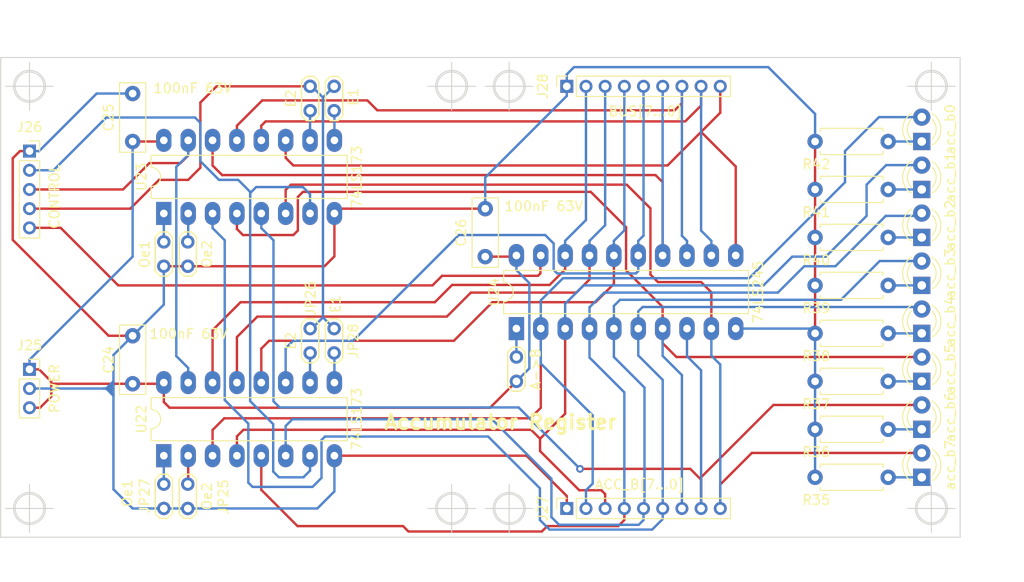
<source format=kicad_pcb>
(kicad_pcb (version 20171130) (host pcbnew 5.1.5+dfsg1-2build2)

  (general
    (thickness 1.6)
    (drawings 24)
    (tracks 396)
    (zones 0)
    (modules 35)
    (nets 40)
  )

  (page A4)
  (title_block
    (title "Accumulator Register")
    (date 2021-02-15)
    (rev 2)
    (comment 1 "Tec. Henrique Silva")
  )

  (layers
    (0 F.Cu signal)
    (31 B.Cu signal)
    (32 B.Adhes user)
    (33 F.Adhes user)
    (34 B.Paste user)
    (35 F.Paste user)
    (36 B.SilkS user)
    (37 F.SilkS user)
    (38 B.Mask user)
    (39 F.Mask user)
    (40 Dwgs.User user)
    (41 Cmts.User user)
    (42 Eco1.User user)
    (43 Eco2.User user)
    (44 Edge.Cuts user)
    (45 Margin user)
    (46 B.CrtYd user)
    (47 F.CrtYd user)
    (48 B.Fab user)
    (49 F.Fab user)
  )

  (setup
    (last_trace_width 0.25)
    (trace_clearance 0.2)
    (zone_clearance 0.508)
    (zone_45_only no)
    (trace_min 0.2)
    (via_size 0.8)
    (via_drill 0.4)
    (via_min_size 0.4)
    (via_min_drill 0.3)
    (uvia_size 0.3)
    (uvia_drill 0.1)
    (uvias_allowed no)
    (uvia_min_size 0.2)
    (uvia_min_drill 0.1)
    (edge_width 0.1)
    (segment_width 0.2)
    (pcb_text_width 0.3)
    (pcb_text_size 1.5 1.5)
    (mod_edge_width 0.15)
    (mod_text_size 1 1)
    (mod_text_width 0.15)
    (pad_size 1.524 1.524)
    (pad_drill 0.762)
    (pad_to_mask_clearance 0)
    (aux_axis_origin 0 0)
    (visible_elements FFFFFF7F)
    (pcbplotparams
      (layerselection 0x010fc_ffffffff)
      (usegerberextensions false)
      (usegerberattributes false)
      (usegerberadvancedattributes false)
      (creategerberjobfile false)
      (excludeedgelayer true)
      (linewidth 0.100000)
      (plotframeref false)
      (viasonmask false)
      (mode 1)
      (useauxorigin false)
      (hpglpennumber 1)
      (hpglpenspeed 20)
      (hpglpendiameter 15.000000)
      (psnegative false)
      (psa4output false)
      (plotreference true)
      (plotvalue true)
      (plotinvisibletext false)
      (padsonsilk false)
      (subtractmaskfromsilk false)
      (outputformat 1)
      (mirror false)
      (drillshape 1)
      (scaleselection 1)
      (outputdirectory ""))
  )

  (net 0 "")
  (net 1 GND)
  (net 2 +5V)
  (net 3 acc_b7)
  (net 4 "Net-(D27-Pad1)")
  (net 5 acc_b6)
  (net 6 "Net-(D28-Pad1)")
  (net 7 acc_b5)
  (net 8 "Net-(D29-Pad1)")
  (net 9 acc_b4)
  (net 10 "Net-(D30-Pad1)")
  (net 11 acc_b3)
  (net 12 "Net-(D31-Pad1)")
  (net 13 acc_b2)
  (net 14 "Net-(D32-Pad1)")
  (net 15 acc_b1)
  (net 16 "Net-(D33-Pad1)")
  (net 17 acc_b0)
  (net 18 "Net-(D34-Pad1)")
  (net 19 \ACC_OUT)
  (net 20 \ACC_IN)
  (net 21 RESET)
  (net 22 CLOCK)
  (net 23 bus7)
  (net 24 bus6)
  (net 25 bus5)
  (net 26 bus4)
  (net 27 bus3)
  (net 28 bus2)
  (net 29 bus1)
  (net 30 bus0)
  (net 31 "Net-(JP25-Pad2)")
  (net 32 "Net-(JP26-Pad2)")
  (net 33 "Net-(JP27-Pad2)")
  (net 34 "Net-(JP28-Pad2)")
  (net 35 "Net-(JP29-Pad2)")
  (net 36 "Net-(JP30-Pad2)")
  (net 37 "Net-(JP31-Pad2)")
  (net 38 "Net-(JP32-Pad2)")
  (net 39 "Net-(JP33-Pad2)")

  (net_class Default "This is the default net class."
    (clearance 0.2)
    (trace_width 0.25)
    (via_dia 0.8)
    (via_drill 0.4)
    (uvia_dia 0.3)
    (uvia_drill 0.1)
    (add_net +5V)
    (add_net CLOCK)
    (add_net GND)
    (add_net "Net-(D27-Pad1)")
    (add_net "Net-(D28-Pad1)")
    (add_net "Net-(D29-Pad1)")
    (add_net "Net-(D30-Pad1)")
    (add_net "Net-(D31-Pad1)")
    (add_net "Net-(D32-Pad1)")
    (add_net "Net-(D33-Pad1)")
    (add_net "Net-(D34-Pad1)")
    (add_net "Net-(JP25-Pad2)")
    (add_net "Net-(JP26-Pad2)")
    (add_net "Net-(JP27-Pad2)")
    (add_net "Net-(JP28-Pad2)")
    (add_net "Net-(JP29-Pad2)")
    (add_net "Net-(JP30-Pad2)")
    (add_net "Net-(JP31-Pad2)")
    (add_net "Net-(JP32-Pad2)")
    (add_net "Net-(JP33-Pad2)")
    (add_net RESET)
    (add_net \ACC_IN)
    (add_net \ACC_OUT)
    (add_net acc_b0)
    (add_net acc_b1)
    (add_net acc_b2)
    (add_net acc_b3)
    (add_net acc_b4)
    (add_net acc_b5)
    (add_net acc_b6)
    (add_net acc_b7)
    (add_net bus0)
    (add_net bus1)
    (add_net bus2)
    (add_net bus3)
    (add_net bus4)
    (add_net bus5)
    (add_net bus6)
    (add_net bus7)
  )

  (module Package_DIP:DIP-20_W7.62mm_LongPads (layer F.Cu) (tedit 5A02E8C5) (tstamp 6027E561)
    (at 148.75 117.25 90)
    (descr "20-lead though-hole mounted DIP package, row spacing 7.62 mm (300 mils), LongPads")
    (tags "THT DIP DIL PDIP 2.54mm 7.62mm 300mil LongPads")
    (path /5FF96841)
    (fp_text reference U24 (at 3.81 -2.33 90) (layer F.SilkS)
      (effects (font (size 1 1) (thickness 0.15)))
    )
    (fp_text value 74LS245 (at 3.81 25.19 90) (layer F.SilkS)
      (effects (font (size 1 1) (thickness 0.15)))
    )
    (fp_text user %R (at 3.81 11.43 90) (layer F.Fab)
      (effects (font (size 1 1) (thickness 0.15)))
    )
    (fp_line (start 9.1 -1.55) (end -1.45 -1.55) (layer F.CrtYd) (width 0.05))
    (fp_line (start 9.1 24.4) (end 9.1 -1.55) (layer F.CrtYd) (width 0.05))
    (fp_line (start -1.45 24.4) (end 9.1 24.4) (layer F.CrtYd) (width 0.05))
    (fp_line (start -1.45 -1.55) (end -1.45 24.4) (layer F.CrtYd) (width 0.05))
    (fp_line (start 6.06 -1.33) (end 4.81 -1.33) (layer F.SilkS) (width 0.12))
    (fp_line (start 6.06 24.19) (end 6.06 -1.33) (layer F.SilkS) (width 0.12))
    (fp_line (start 1.56 24.19) (end 6.06 24.19) (layer F.SilkS) (width 0.12))
    (fp_line (start 1.56 -1.33) (end 1.56 24.19) (layer F.SilkS) (width 0.12))
    (fp_line (start 2.81 -1.33) (end 1.56 -1.33) (layer F.SilkS) (width 0.12))
    (fp_line (start 0.635 -0.27) (end 1.635 -1.27) (layer F.Fab) (width 0.1))
    (fp_line (start 0.635 24.13) (end 0.635 -0.27) (layer F.Fab) (width 0.1))
    (fp_line (start 6.985 24.13) (end 0.635 24.13) (layer F.Fab) (width 0.1))
    (fp_line (start 6.985 -1.27) (end 6.985 24.13) (layer F.Fab) (width 0.1))
    (fp_line (start 1.635 -1.27) (end 6.985 -1.27) (layer F.Fab) (width 0.1))
    (fp_arc (start 3.81 -1.33) (end 2.81 -1.33) (angle -180) (layer F.SilkS) (width 0.12))
    (pad 20 thru_hole oval (at 7.62 0 90) (size 2.4 1.6) (drill 0.8) (layers *.Cu *.Mask)
      (net 2 +5V))
    (pad 10 thru_hole oval (at 0 22.86 90) (size 2.4 1.6) (drill 0.8) (layers *.Cu *.Mask)
      (net 1 GND))
    (pad 19 thru_hole oval (at 7.62 2.54 90) (size 2.4 1.6) (drill 0.8) (layers *.Cu *.Mask)
      (net 19 \ACC_OUT))
    (pad 9 thru_hole oval (at 0 20.32 90) (size 2.4 1.6) (drill 0.8) (layers *.Cu *.Mask)
      (net 3 acc_b7))
    (pad 18 thru_hole oval (at 7.62 5.08 90) (size 2.4 1.6) (drill 0.8) (layers *.Cu *.Mask)
      (net 30 bus0))
    (pad 8 thru_hole oval (at 0 17.78 90) (size 2.4 1.6) (drill 0.8) (layers *.Cu *.Mask)
      (net 5 acc_b6))
    (pad 17 thru_hole oval (at 7.62 7.62 90) (size 2.4 1.6) (drill 0.8) (layers *.Cu *.Mask)
      (net 29 bus1))
    (pad 7 thru_hole oval (at 0 15.24 90) (size 2.4 1.6) (drill 0.8) (layers *.Cu *.Mask)
      (net 7 acc_b5))
    (pad 16 thru_hole oval (at 7.62 10.16 90) (size 2.4 1.6) (drill 0.8) (layers *.Cu *.Mask)
      (net 28 bus2))
    (pad 6 thru_hole oval (at 0 12.7 90) (size 2.4 1.6) (drill 0.8) (layers *.Cu *.Mask)
      (net 9 acc_b4))
    (pad 15 thru_hole oval (at 7.62 12.7 90) (size 2.4 1.6) (drill 0.8) (layers *.Cu *.Mask)
      (net 27 bus3))
    (pad 5 thru_hole oval (at 0 10.16 90) (size 2.4 1.6) (drill 0.8) (layers *.Cu *.Mask)
      (net 11 acc_b3))
    (pad 14 thru_hole oval (at 7.62 15.24 90) (size 2.4 1.6) (drill 0.8) (layers *.Cu *.Mask)
      (net 26 bus4))
    (pad 4 thru_hole oval (at 0 7.62 90) (size 2.4 1.6) (drill 0.8) (layers *.Cu *.Mask)
      (net 13 acc_b2))
    (pad 13 thru_hole oval (at 7.62 17.78 90) (size 2.4 1.6) (drill 0.8) (layers *.Cu *.Mask)
      (net 25 bus5))
    (pad 3 thru_hole oval (at 0 5.08 90) (size 2.4 1.6) (drill 0.8) (layers *.Cu *.Mask)
      (net 15 acc_b1))
    (pad 12 thru_hole oval (at 7.62 20.32 90) (size 2.4 1.6) (drill 0.8) (layers *.Cu *.Mask)
      (net 24 bus6))
    (pad 2 thru_hole oval (at 0 2.54 90) (size 2.4 1.6) (drill 0.8) (layers *.Cu *.Mask)
      (net 17 acc_b0))
    (pad 11 thru_hole oval (at 7.62 22.86 90) (size 2.4 1.6) (drill 0.8) (layers *.Cu *.Mask)
      (net 23 bus7))
    (pad 1 thru_hole rect (at 0 0 90) (size 2.4 1.6) (drill 0.8) (layers *.Cu *.Mask)
      (net 39 "Net-(JP33-Pad2)"))
    (model ${KISYS3DMOD}/Package_DIP.3dshapes/DIP-20_W7.62mm.wrl
      (at (xyz 0 0 0))
      (scale (xyz 1 1 1))
      (rotate (xyz 0 0 0))
    )
  )

  (module Package_DIP:DIP-16_W7.62mm_LongPads (layer F.Cu) (tedit 5A02E8C5) (tstamp 6027E539)
    (at 112 105.25 90)
    (descr "16-lead though-hole mounted DIP package, row spacing 7.62 mm (300 mils), LongPads")
    (tags "THT DIP DIL PDIP 2.54mm 7.62mm 300mil LongPads")
    (path /6076BDAD)
    (fp_text reference U23 (at 3.81 -2.33 90) (layer F.SilkS)
      (effects (font (size 1 1) (thickness 0.15)))
    )
    (fp_text value 74LS173 (at 3.81 20.11 90) (layer F.SilkS)
      (effects (font (size 1 1) (thickness 0.15)))
    )
    (fp_text user %R (at 3.81 8.89 90) (layer F.Fab)
      (effects (font (size 1 1) (thickness 0.15)))
    )
    (fp_line (start 9.1 -1.55) (end -1.45 -1.55) (layer F.CrtYd) (width 0.05))
    (fp_line (start 9.1 19.3) (end 9.1 -1.55) (layer F.CrtYd) (width 0.05))
    (fp_line (start -1.45 19.3) (end 9.1 19.3) (layer F.CrtYd) (width 0.05))
    (fp_line (start -1.45 -1.55) (end -1.45 19.3) (layer F.CrtYd) (width 0.05))
    (fp_line (start 6.06 -1.33) (end 4.81 -1.33) (layer F.SilkS) (width 0.12))
    (fp_line (start 6.06 19.11) (end 6.06 -1.33) (layer F.SilkS) (width 0.12))
    (fp_line (start 1.56 19.11) (end 6.06 19.11) (layer F.SilkS) (width 0.12))
    (fp_line (start 1.56 -1.33) (end 1.56 19.11) (layer F.SilkS) (width 0.12))
    (fp_line (start 2.81 -1.33) (end 1.56 -1.33) (layer F.SilkS) (width 0.12))
    (fp_line (start 0.635 -0.27) (end 1.635 -1.27) (layer F.Fab) (width 0.1))
    (fp_line (start 0.635 19.05) (end 0.635 -0.27) (layer F.Fab) (width 0.1))
    (fp_line (start 6.985 19.05) (end 0.635 19.05) (layer F.Fab) (width 0.1))
    (fp_line (start 6.985 -1.27) (end 6.985 19.05) (layer F.Fab) (width 0.1))
    (fp_line (start 1.635 -1.27) (end 6.985 -1.27) (layer F.Fab) (width 0.1))
    (fp_arc (start 3.81 -1.33) (end 2.81 -1.33) (angle -180) (layer F.SilkS) (width 0.12))
    (pad 16 thru_hole oval (at 7.62 0 90) (size 2.4 1.6) (drill 0.8) (layers *.Cu *.Mask)
      (net 2 +5V))
    (pad 8 thru_hole oval (at 0 17.78 90) (size 2.4 1.6) (drill 0.8) (layers *.Cu *.Mask)
      (net 1 GND))
    (pad 15 thru_hole oval (at 7.62 2.54 90) (size 2.4 1.6) (drill 0.8) (layers *.Cu *.Mask)
      (net 21 RESET))
    (pad 7 thru_hole oval (at 0 15.24 90) (size 2.4 1.6) (drill 0.8) (layers *.Cu *.Mask)
      (net 22 CLOCK))
    (pad 14 thru_hole oval (at 7.62 5.08 90) (size 2.4 1.6) (drill 0.8) (layers *.Cu *.Mask)
      (net 26 bus4))
    (pad 6 thru_hole oval (at 0 12.7 90) (size 2.4 1.6) (drill 0.8) (layers *.Cu *.Mask)
      (net 3 acc_b7))
    (pad 13 thru_hole oval (at 7.62 7.62 90) (size 2.4 1.6) (drill 0.8) (layers *.Cu *.Mask)
      (net 25 bus5))
    (pad 5 thru_hole oval (at 0 10.16 90) (size 2.4 1.6) (drill 0.8) (layers *.Cu *.Mask)
      (net 5 acc_b6))
    (pad 12 thru_hole oval (at 7.62 10.16 90) (size 2.4 1.6) (drill 0.8) (layers *.Cu *.Mask)
      (net 24 bus6))
    (pad 4 thru_hole oval (at 0 7.62 90) (size 2.4 1.6) (drill 0.8) (layers *.Cu *.Mask)
      (net 7 acc_b5))
    (pad 11 thru_hole oval (at 7.62 12.7 90) (size 2.4 1.6) (drill 0.8) (layers *.Cu *.Mask)
      (net 23 bus7))
    (pad 3 thru_hole oval (at 0 5.08 90) (size 2.4 1.6) (drill 0.8) (layers *.Cu *.Mask)
      (net 9 acc_b4))
    (pad 10 thru_hole oval (at 7.62 15.24 90) (size 2.4 1.6) (drill 0.8) (layers *.Cu *.Mask)
      (net 36 "Net-(JP30-Pad2)"))
    (pad 2 thru_hole oval (at 0 2.54 90) (size 2.4 1.6) (drill 0.8) (layers *.Cu *.Mask)
      (net 35 "Net-(JP29-Pad2)"))
    (pad 9 thru_hole oval (at 7.62 17.78 90) (size 2.4 1.6) (drill 0.8) (layers *.Cu *.Mask)
      (net 38 "Net-(JP32-Pad2)"))
    (pad 1 thru_hole rect (at 0 0 90) (size 2.4 1.6) (drill 0.8) (layers *.Cu *.Mask)
      (net 37 "Net-(JP31-Pad2)"))
    (model ${KISYS3DMOD}/Package_DIP.3dshapes/DIP-16_W7.62mm.wrl
      (at (xyz 0 0 0))
      (scale (xyz 1 1 1))
      (rotate (xyz 0 0 0))
    )
  )

  (module Package_DIP:DIP-16_W7.62mm_LongPads (layer F.Cu) (tedit 5A02E8C5) (tstamp 6027F897)
    (at 112 130.5 90)
    (descr "16-lead though-hole mounted DIP package, row spacing 7.62 mm (300 mils), LongPads")
    (tags "THT DIP DIL PDIP 2.54mm 7.62mm 300mil LongPads")
    (path /5FF94136)
    (fp_text reference U22 (at 3.81 -2.33 90) (layer F.SilkS)
      (effects (font (size 1 1) (thickness 0.15)))
    )
    (fp_text value 74LS173 (at 3.81 20.11 90) (layer F.SilkS)
      (effects (font (size 1 1) (thickness 0.15)))
    )
    (fp_text user %R (at 3.81 8.89 90) (layer F.Fab)
      (effects (font (size 1 1) (thickness 0.15)))
    )
    (fp_line (start 9.1 -1.55) (end -1.45 -1.55) (layer F.CrtYd) (width 0.05))
    (fp_line (start 9.1 19.3) (end 9.1 -1.55) (layer F.CrtYd) (width 0.05))
    (fp_line (start -1.45 19.3) (end 9.1 19.3) (layer F.CrtYd) (width 0.05))
    (fp_line (start -1.45 -1.55) (end -1.45 19.3) (layer F.CrtYd) (width 0.05))
    (fp_line (start 6.06 -1.33) (end 4.81 -1.33) (layer F.SilkS) (width 0.12))
    (fp_line (start 6.06 19.11) (end 6.06 -1.33) (layer F.SilkS) (width 0.12))
    (fp_line (start 1.56 19.11) (end 6.06 19.11) (layer F.SilkS) (width 0.12))
    (fp_line (start 1.56 -1.33) (end 1.56 19.11) (layer F.SilkS) (width 0.12))
    (fp_line (start 2.81 -1.33) (end 1.56 -1.33) (layer F.SilkS) (width 0.12))
    (fp_line (start 0.635 -0.27) (end 1.635 -1.27) (layer F.Fab) (width 0.1))
    (fp_line (start 0.635 19.05) (end 0.635 -0.27) (layer F.Fab) (width 0.1))
    (fp_line (start 6.985 19.05) (end 0.635 19.05) (layer F.Fab) (width 0.1))
    (fp_line (start 6.985 -1.27) (end 6.985 19.05) (layer F.Fab) (width 0.1))
    (fp_line (start 1.635 -1.27) (end 6.985 -1.27) (layer F.Fab) (width 0.1))
    (fp_arc (start 3.81 -1.33) (end 2.81 -1.33) (angle -180) (layer F.SilkS) (width 0.12))
    (pad 16 thru_hole oval (at 7.62 0 90) (size 2.4 1.6) (drill 0.8) (layers *.Cu *.Mask)
      (net 2 +5V))
    (pad 8 thru_hole oval (at 0 17.78 90) (size 2.4 1.6) (drill 0.8) (layers *.Cu *.Mask)
      (net 1 GND))
    (pad 15 thru_hole oval (at 7.62 2.54 90) (size 2.4 1.6) (drill 0.8) (layers *.Cu *.Mask)
      (net 21 RESET))
    (pad 7 thru_hole oval (at 0 15.24 90) (size 2.4 1.6) (drill 0.8) (layers *.Cu *.Mask)
      (net 22 CLOCK))
    (pad 14 thru_hole oval (at 7.62 5.08 90) (size 2.4 1.6) (drill 0.8) (layers *.Cu *.Mask)
      (net 30 bus0))
    (pad 6 thru_hole oval (at 0 12.7 90) (size 2.4 1.6) (drill 0.8) (layers *.Cu *.Mask)
      (net 11 acc_b3))
    (pad 13 thru_hole oval (at 7.62 7.62 90) (size 2.4 1.6) (drill 0.8) (layers *.Cu *.Mask)
      (net 29 bus1))
    (pad 5 thru_hole oval (at 0 10.16 90) (size 2.4 1.6) (drill 0.8) (layers *.Cu *.Mask)
      (net 13 acc_b2))
    (pad 12 thru_hole oval (at 7.62 10.16 90) (size 2.4 1.6) (drill 0.8) (layers *.Cu *.Mask)
      (net 28 bus2))
    (pad 4 thru_hole oval (at 0 7.62 90) (size 2.4 1.6) (drill 0.8) (layers *.Cu *.Mask)
      (net 15 acc_b1))
    (pad 11 thru_hole oval (at 7.62 12.7 90) (size 2.4 1.6) (drill 0.8) (layers *.Cu *.Mask)
      (net 27 bus3))
    (pad 3 thru_hole oval (at 0 5.08 90) (size 2.4 1.6) (drill 0.8) (layers *.Cu *.Mask)
      (net 17 acc_b0))
    (pad 10 thru_hole oval (at 7.62 15.24 90) (size 2.4 1.6) (drill 0.8) (layers *.Cu *.Mask)
      (net 32 "Net-(JP26-Pad2)"))
    (pad 2 thru_hole oval (at 0 2.54 90) (size 2.4 1.6) (drill 0.8) (layers *.Cu *.Mask)
      (net 31 "Net-(JP25-Pad2)"))
    (pad 9 thru_hole oval (at 7.62 17.78 90) (size 2.4 1.6) (drill 0.8) (layers *.Cu *.Mask)
      (net 34 "Net-(JP28-Pad2)"))
    (pad 1 thru_hole rect (at 0 0 90) (size 2.4 1.6) (drill 0.8) (layers *.Cu *.Mask)
      (net 33 "Net-(JP27-Pad2)"))
    (model ${KISYS3DMOD}/Package_DIP.3dshapes/DIP-16_W7.62mm.wrl
      (at (xyz 0 0 0))
      (scale (xyz 1 1 1))
      (rotate (xyz 0 0 0))
    )
  )

  (module Resistor_THT:R_Axial_DIN0207_L6.3mm_D2.5mm_P7.62mm_Horizontal (layer F.Cu) (tedit 5AE5139B) (tstamp 6027E4F1)
    (at 187.5 97.75 180)
    (descr "Resistor, Axial_DIN0207 series, Axial, Horizontal, pin pitch=7.62mm, 0.25W = 1/4W, length*diameter=6.3*2.5mm^2, http://cdn-reichelt.de/documents/datenblatt/B400/1_4W%23YAG.pdf")
    (tags "Resistor Axial_DIN0207 series Axial Horizontal pin pitch 7.62mm 0.25W = 1/4W length 6.3mm diameter 2.5mm")
    (path /606F72FB)
    (fp_text reference R42 (at 7.5 -2.37) (layer F.SilkS)
      (effects (font (size 1 1) (thickness 0.15)))
    )
    (fp_text value 470 (at 3.81 2.37) (layer F.Fab)
      (effects (font (size 1 1) (thickness 0.15)))
    )
    (fp_text user %R (at 3.81 0) (layer F.Fab)
      (effects (font (size 1 1) (thickness 0.15)))
    )
    (fp_line (start 8.67 -1.5) (end -1.05 -1.5) (layer F.CrtYd) (width 0.05))
    (fp_line (start 8.67 1.5) (end 8.67 -1.5) (layer F.CrtYd) (width 0.05))
    (fp_line (start -1.05 1.5) (end 8.67 1.5) (layer F.CrtYd) (width 0.05))
    (fp_line (start -1.05 -1.5) (end -1.05 1.5) (layer F.CrtYd) (width 0.05))
    (fp_line (start 7.08 1.37) (end 7.08 1.04) (layer F.SilkS) (width 0.12))
    (fp_line (start 0.54 1.37) (end 7.08 1.37) (layer F.SilkS) (width 0.12))
    (fp_line (start 0.54 1.04) (end 0.54 1.37) (layer F.SilkS) (width 0.12))
    (fp_line (start 7.08 -1.37) (end 7.08 -1.04) (layer F.SilkS) (width 0.12))
    (fp_line (start 0.54 -1.37) (end 7.08 -1.37) (layer F.SilkS) (width 0.12))
    (fp_line (start 0.54 -1.04) (end 0.54 -1.37) (layer F.SilkS) (width 0.12))
    (fp_line (start 7.62 0) (end 6.96 0) (layer F.Fab) (width 0.1))
    (fp_line (start 0 0) (end 0.66 0) (layer F.Fab) (width 0.1))
    (fp_line (start 6.96 -1.25) (end 0.66 -1.25) (layer F.Fab) (width 0.1))
    (fp_line (start 6.96 1.25) (end 6.96 -1.25) (layer F.Fab) (width 0.1))
    (fp_line (start 0.66 1.25) (end 6.96 1.25) (layer F.Fab) (width 0.1))
    (fp_line (start 0.66 -1.25) (end 0.66 1.25) (layer F.Fab) (width 0.1))
    (pad 2 thru_hole oval (at 7.62 0 180) (size 1.6 1.6) (drill 0.8) (layers *.Cu *.Mask)
      (net 1 GND))
    (pad 1 thru_hole circle (at 0 0 180) (size 1.6 1.6) (drill 0.8) (layers *.Cu *.Mask)
      (net 18 "Net-(D34-Pad1)"))
    (model ${KISYS3DMOD}/Resistor_THT.3dshapes/R_Axial_DIN0207_L6.3mm_D2.5mm_P7.62mm_Horizontal.wrl
      (at (xyz 0 0 0))
      (scale (xyz 1 1 1))
      (rotate (xyz 0 0 0))
    )
  )

  (module Resistor_THT:R_Axial_DIN0207_L6.3mm_D2.5mm_P7.62mm_Horizontal (layer F.Cu) (tedit 5AE5139B) (tstamp 6027E4DA)
    (at 187.5 102.75 180)
    (descr "Resistor, Axial_DIN0207 series, Axial, Horizontal, pin pitch=7.62mm, 0.25W = 1/4W, length*diameter=6.3*2.5mm^2, http://cdn-reichelt.de/documents/datenblatt/B400/1_4W%23YAG.pdf")
    (tags "Resistor Axial_DIN0207 series Axial Horizontal pin pitch 7.62mm 0.25W = 1/4W length 6.3mm diameter 2.5mm")
    (path /606F72F5)
    (fp_text reference R41 (at 7.5 -2.37) (layer F.SilkS)
      (effects (font (size 1 1) (thickness 0.15)))
    )
    (fp_text value 470 (at 3.81 2.37) (layer F.Fab)
      (effects (font (size 1 1) (thickness 0.15)))
    )
    (fp_text user %R (at 3.81 0) (layer F.Fab)
      (effects (font (size 1 1) (thickness 0.15)))
    )
    (fp_line (start 8.67 -1.5) (end -1.05 -1.5) (layer F.CrtYd) (width 0.05))
    (fp_line (start 8.67 1.5) (end 8.67 -1.5) (layer F.CrtYd) (width 0.05))
    (fp_line (start -1.05 1.5) (end 8.67 1.5) (layer F.CrtYd) (width 0.05))
    (fp_line (start -1.05 -1.5) (end -1.05 1.5) (layer F.CrtYd) (width 0.05))
    (fp_line (start 7.08 1.37) (end 7.08 1.04) (layer F.SilkS) (width 0.12))
    (fp_line (start 0.54 1.37) (end 7.08 1.37) (layer F.SilkS) (width 0.12))
    (fp_line (start 0.54 1.04) (end 0.54 1.37) (layer F.SilkS) (width 0.12))
    (fp_line (start 7.08 -1.37) (end 7.08 -1.04) (layer F.SilkS) (width 0.12))
    (fp_line (start 0.54 -1.37) (end 7.08 -1.37) (layer F.SilkS) (width 0.12))
    (fp_line (start 0.54 -1.04) (end 0.54 -1.37) (layer F.SilkS) (width 0.12))
    (fp_line (start 7.62 0) (end 6.96 0) (layer F.Fab) (width 0.1))
    (fp_line (start 0 0) (end 0.66 0) (layer F.Fab) (width 0.1))
    (fp_line (start 6.96 -1.25) (end 0.66 -1.25) (layer F.Fab) (width 0.1))
    (fp_line (start 6.96 1.25) (end 6.96 -1.25) (layer F.Fab) (width 0.1))
    (fp_line (start 0.66 1.25) (end 6.96 1.25) (layer F.Fab) (width 0.1))
    (fp_line (start 0.66 -1.25) (end 0.66 1.25) (layer F.Fab) (width 0.1))
    (pad 2 thru_hole oval (at 7.62 0 180) (size 1.6 1.6) (drill 0.8) (layers *.Cu *.Mask)
      (net 1 GND))
    (pad 1 thru_hole circle (at 0 0 180) (size 1.6 1.6) (drill 0.8) (layers *.Cu *.Mask)
      (net 16 "Net-(D33-Pad1)"))
    (model ${KISYS3DMOD}/Resistor_THT.3dshapes/R_Axial_DIN0207_L6.3mm_D2.5mm_P7.62mm_Horizontal.wrl
      (at (xyz 0 0 0))
      (scale (xyz 1 1 1))
      (rotate (xyz 0 0 0))
    )
  )

  (module Resistor_THT:R_Axial_DIN0207_L6.3mm_D2.5mm_P7.62mm_Horizontal (layer F.Cu) (tedit 5AE5139B) (tstamp 6027E4C3)
    (at 187.5 107.75 180)
    (descr "Resistor, Axial_DIN0207 series, Axial, Horizontal, pin pitch=7.62mm, 0.25W = 1/4W, length*diameter=6.3*2.5mm^2, http://cdn-reichelt.de/documents/datenblatt/B400/1_4W%23YAG.pdf")
    (tags "Resistor Axial_DIN0207 series Axial Horizontal pin pitch 7.62mm 0.25W = 1/4W length 6.3mm diameter 2.5mm")
    (path /606F72EF)
    (fp_text reference R40 (at 7.5 -2.37) (layer F.SilkS)
      (effects (font (size 1 1) (thickness 0.15)))
    )
    (fp_text value 470 (at 3.81 2.37) (layer F.Fab)
      (effects (font (size 1 1) (thickness 0.15)))
    )
    (fp_text user %R (at 3.81 0) (layer F.Fab)
      (effects (font (size 1 1) (thickness 0.15)))
    )
    (fp_line (start 8.67 -1.5) (end -1.05 -1.5) (layer F.CrtYd) (width 0.05))
    (fp_line (start 8.67 1.5) (end 8.67 -1.5) (layer F.CrtYd) (width 0.05))
    (fp_line (start -1.05 1.5) (end 8.67 1.5) (layer F.CrtYd) (width 0.05))
    (fp_line (start -1.05 -1.5) (end -1.05 1.5) (layer F.CrtYd) (width 0.05))
    (fp_line (start 7.08 1.37) (end 7.08 1.04) (layer F.SilkS) (width 0.12))
    (fp_line (start 0.54 1.37) (end 7.08 1.37) (layer F.SilkS) (width 0.12))
    (fp_line (start 0.54 1.04) (end 0.54 1.37) (layer F.SilkS) (width 0.12))
    (fp_line (start 7.08 -1.37) (end 7.08 -1.04) (layer F.SilkS) (width 0.12))
    (fp_line (start 0.54 -1.37) (end 7.08 -1.37) (layer F.SilkS) (width 0.12))
    (fp_line (start 0.54 -1.04) (end 0.54 -1.37) (layer F.SilkS) (width 0.12))
    (fp_line (start 7.62 0) (end 6.96 0) (layer F.Fab) (width 0.1))
    (fp_line (start 0 0) (end 0.66 0) (layer F.Fab) (width 0.1))
    (fp_line (start 6.96 -1.25) (end 0.66 -1.25) (layer F.Fab) (width 0.1))
    (fp_line (start 6.96 1.25) (end 6.96 -1.25) (layer F.Fab) (width 0.1))
    (fp_line (start 0.66 1.25) (end 6.96 1.25) (layer F.Fab) (width 0.1))
    (fp_line (start 0.66 -1.25) (end 0.66 1.25) (layer F.Fab) (width 0.1))
    (pad 2 thru_hole oval (at 7.62 0 180) (size 1.6 1.6) (drill 0.8) (layers *.Cu *.Mask)
      (net 1 GND))
    (pad 1 thru_hole circle (at 0 0 180) (size 1.6 1.6) (drill 0.8) (layers *.Cu *.Mask)
      (net 14 "Net-(D32-Pad1)"))
    (model ${KISYS3DMOD}/Resistor_THT.3dshapes/R_Axial_DIN0207_L6.3mm_D2.5mm_P7.62mm_Horizontal.wrl
      (at (xyz 0 0 0))
      (scale (xyz 1 1 1))
      (rotate (xyz 0 0 0))
    )
  )

  (module Resistor_THT:R_Axial_DIN0207_L6.3mm_D2.5mm_P7.62mm_Horizontal (layer F.Cu) (tedit 5AE5139B) (tstamp 6027E4AC)
    (at 187.5 112.75 180)
    (descr "Resistor, Axial_DIN0207 series, Axial, Horizontal, pin pitch=7.62mm, 0.25W = 1/4W, length*diameter=6.3*2.5mm^2, http://cdn-reichelt.de/documents/datenblatt/B400/1_4W%23YAG.pdf")
    (tags "Resistor Axial_DIN0207 series Axial Horizontal pin pitch 7.62mm 0.25W = 1/4W length 6.3mm diameter 2.5mm")
    (path /606F72E9)
    (fp_text reference R39 (at 7.5 -2.37) (layer F.SilkS)
      (effects (font (size 1 1) (thickness 0.15)))
    )
    (fp_text value 470 (at 3.81 2.37) (layer F.Fab)
      (effects (font (size 1 1) (thickness 0.15)))
    )
    (fp_text user %R (at 3.81 0) (layer F.Fab)
      (effects (font (size 1 1) (thickness 0.15)))
    )
    (fp_line (start 8.67 -1.5) (end -1.05 -1.5) (layer F.CrtYd) (width 0.05))
    (fp_line (start 8.67 1.5) (end 8.67 -1.5) (layer F.CrtYd) (width 0.05))
    (fp_line (start -1.05 1.5) (end 8.67 1.5) (layer F.CrtYd) (width 0.05))
    (fp_line (start -1.05 -1.5) (end -1.05 1.5) (layer F.CrtYd) (width 0.05))
    (fp_line (start 7.08 1.37) (end 7.08 1.04) (layer F.SilkS) (width 0.12))
    (fp_line (start 0.54 1.37) (end 7.08 1.37) (layer F.SilkS) (width 0.12))
    (fp_line (start 0.54 1.04) (end 0.54 1.37) (layer F.SilkS) (width 0.12))
    (fp_line (start 7.08 -1.37) (end 7.08 -1.04) (layer F.SilkS) (width 0.12))
    (fp_line (start 0.54 -1.37) (end 7.08 -1.37) (layer F.SilkS) (width 0.12))
    (fp_line (start 0.54 -1.04) (end 0.54 -1.37) (layer F.SilkS) (width 0.12))
    (fp_line (start 7.62 0) (end 6.96 0) (layer F.Fab) (width 0.1))
    (fp_line (start 0 0) (end 0.66 0) (layer F.Fab) (width 0.1))
    (fp_line (start 6.96 -1.25) (end 0.66 -1.25) (layer F.Fab) (width 0.1))
    (fp_line (start 6.96 1.25) (end 6.96 -1.25) (layer F.Fab) (width 0.1))
    (fp_line (start 0.66 1.25) (end 6.96 1.25) (layer F.Fab) (width 0.1))
    (fp_line (start 0.66 -1.25) (end 0.66 1.25) (layer F.Fab) (width 0.1))
    (pad 2 thru_hole oval (at 7.62 0 180) (size 1.6 1.6) (drill 0.8) (layers *.Cu *.Mask)
      (net 1 GND))
    (pad 1 thru_hole circle (at 0 0 180) (size 1.6 1.6) (drill 0.8) (layers *.Cu *.Mask)
      (net 12 "Net-(D31-Pad1)"))
    (model ${KISYS3DMOD}/Resistor_THT.3dshapes/R_Axial_DIN0207_L6.3mm_D2.5mm_P7.62mm_Horizontal.wrl
      (at (xyz 0 0 0))
      (scale (xyz 1 1 1))
      (rotate (xyz 0 0 0))
    )
  )

  (module Resistor_THT:R_Axial_DIN0207_L6.3mm_D2.5mm_P7.62mm_Horizontal (layer F.Cu) (tedit 5AE5139B) (tstamp 6027E495)
    (at 187.5 117.75 180)
    (descr "Resistor, Axial_DIN0207 series, Axial, Horizontal, pin pitch=7.62mm, 0.25W = 1/4W, length*diameter=6.3*2.5mm^2, http://cdn-reichelt.de/documents/datenblatt/B400/1_4W%23YAG.pdf")
    (tags "Resistor Axial_DIN0207 series Axial Horizontal pin pitch 7.62mm 0.25W = 1/4W length 6.3mm diameter 2.5mm")
    (path /606F72E3)
    (fp_text reference R38 (at 7.5 -2.37) (layer F.SilkS)
      (effects (font (size 1 1) (thickness 0.15)))
    )
    (fp_text value 470 (at 3.81 2.37) (layer F.Fab)
      (effects (font (size 1 1) (thickness 0.15)))
    )
    (fp_text user %R (at 3.81 0) (layer F.Fab)
      (effects (font (size 1 1) (thickness 0.15)))
    )
    (fp_line (start 8.67 -1.5) (end -1.05 -1.5) (layer F.CrtYd) (width 0.05))
    (fp_line (start 8.67 1.5) (end 8.67 -1.5) (layer F.CrtYd) (width 0.05))
    (fp_line (start -1.05 1.5) (end 8.67 1.5) (layer F.CrtYd) (width 0.05))
    (fp_line (start -1.05 -1.5) (end -1.05 1.5) (layer F.CrtYd) (width 0.05))
    (fp_line (start 7.08 1.37) (end 7.08 1.04) (layer F.SilkS) (width 0.12))
    (fp_line (start 0.54 1.37) (end 7.08 1.37) (layer F.SilkS) (width 0.12))
    (fp_line (start 0.54 1.04) (end 0.54 1.37) (layer F.SilkS) (width 0.12))
    (fp_line (start 7.08 -1.37) (end 7.08 -1.04) (layer F.SilkS) (width 0.12))
    (fp_line (start 0.54 -1.37) (end 7.08 -1.37) (layer F.SilkS) (width 0.12))
    (fp_line (start 0.54 -1.04) (end 0.54 -1.37) (layer F.SilkS) (width 0.12))
    (fp_line (start 7.62 0) (end 6.96 0) (layer F.Fab) (width 0.1))
    (fp_line (start 0 0) (end 0.66 0) (layer F.Fab) (width 0.1))
    (fp_line (start 6.96 -1.25) (end 0.66 -1.25) (layer F.Fab) (width 0.1))
    (fp_line (start 6.96 1.25) (end 6.96 -1.25) (layer F.Fab) (width 0.1))
    (fp_line (start 0.66 1.25) (end 6.96 1.25) (layer F.Fab) (width 0.1))
    (fp_line (start 0.66 -1.25) (end 0.66 1.25) (layer F.Fab) (width 0.1))
    (pad 2 thru_hole oval (at 7.62 0 180) (size 1.6 1.6) (drill 0.8) (layers *.Cu *.Mask)
      (net 1 GND))
    (pad 1 thru_hole circle (at 0 0 180) (size 1.6 1.6) (drill 0.8) (layers *.Cu *.Mask)
      (net 10 "Net-(D30-Pad1)"))
    (model ${KISYS3DMOD}/Resistor_THT.3dshapes/R_Axial_DIN0207_L6.3mm_D2.5mm_P7.62mm_Horizontal.wrl
      (at (xyz 0 0 0))
      (scale (xyz 1 1 1))
      (rotate (xyz 0 0 0))
    )
  )

  (module Resistor_THT:R_Axial_DIN0207_L6.3mm_D2.5mm_P7.62mm_Horizontal (layer F.Cu) (tedit 5AE5139B) (tstamp 6027E47E)
    (at 187.5 122.75 180)
    (descr "Resistor, Axial_DIN0207 series, Axial, Horizontal, pin pitch=7.62mm, 0.25W = 1/4W, length*diameter=6.3*2.5mm^2, http://cdn-reichelt.de/documents/datenblatt/B400/1_4W%23YAG.pdf")
    (tags "Resistor Axial_DIN0207 series Axial Horizontal pin pitch 7.62mm 0.25W = 1/4W length 6.3mm diameter 2.5mm")
    (path /606F72DD)
    (fp_text reference R37 (at 7.5 -2.37) (layer F.SilkS)
      (effects (font (size 1 1) (thickness 0.15)))
    )
    (fp_text value 470 (at 3.81 2.37) (layer F.Fab)
      (effects (font (size 1 1) (thickness 0.15)))
    )
    (fp_text user %R (at 3.81 0) (layer F.Fab)
      (effects (font (size 1 1) (thickness 0.15)))
    )
    (fp_line (start 8.67 -1.5) (end -1.05 -1.5) (layer F.CrtYd) (width 0.05))
    (fp_line (start 8.67 1.5) (end 8.67 -1.5) (layer F.CrtYd) (width 0.05))
    (fp_line (start -1.05 1.5) (end 8.67 1.5) (layer F.CrtYd) (width 0.05))
    (fp_line (start -1.05 -1.5) (end -1.05 1.5) (layer F.CrtYd) (width 0.05))
    (fp_line (start 7.08 1.37) (end 7.08 1.04) (layer F.SilkS) (width 0.12))
    (fp_line (start 0.54 1.37) (end 7.08 1.37) (layer F.SilkS) (width 0.12))
    (fp_line (start 0.54 1.04) (end 0.54 1.37) (layer F.SilkS) (width 0.12))
    (fp_line (start 7.08 -1.37) (end 7.08 -1.04) (layer F.SilkS) (width 0.12))
    (fp_line (start 0.54 -1.37) (end 7.08 -1.37) (layer F.SilkS) (width 0.12))
    (fp_line (start 0.54 -1.04) (end 0.54 -1.37) (layer F.SilkS) (width 0.12))
    (fp_line (start 7.62 0) (end 6.96 0) (layer F.Fab) (width 0.1))
    (fp_line (start 0 0) (end 0.66 0) (layer F.Fab) (width 0.1))
    (fp_line (start 6.96 -1.25) (end 0.66 -1.25) (layer F.Fab) (width 0.1))
    (fp_line (start 6.96 1.25) (end 6.96 -1.25) (layer F.Fab) (width 0.1))
    (fp_line (start 0.66 1.25) (end 6.96 1.25) (layer F.Fab) (width 0.1))
    (fp_line (start 0.66 -1.25) (end 0.66 1.25) (layer F.Fab) (width 0.1))
    (pad 2 thru_hole oval (at 7.62 0 180) (size 1.6 1.6) (drill 0.8) (layers *.Cu *.Mask)
      (net 1 GND))
    (pad 1 thru_hole circle (at 0 0 180) (size 1.6 1.6) (drill 0.8) (layers *.Cu *.Mask)
      (net 8 "Net-(D29-Pad1)"))
    (model ${KISYS3DMOD}/Resistor_THT.3dshapes/R_Axial_DIN0207_L6.3mm_D2.5mm_P7.62mm_Horizontal.wrl
      (at (xyz 0 0 0))
      (scale (xyz 1 1 1))
      (rotate (xyz 0 0 0))
    )
  )

  (module Resistor_THT:R_Axial_DIN0207_L6.3mm_D2.5mm_P7.62mm_Horizontal (layer F.Cu) (tedit 5AE5139B) (tstamp 6027E467)
    (at 187.5 127.75 180)
    (descr "Resistor, Axial_DIN0207 series, Axial, Horizontal, pin pitch=7.62mm, 0.25W = 1/4W, length*diameter=6.3*2.5mm^2, http://cdn-reichelt.de/documents/datenblatt/B400/1_4W%23YAG.pdf")
    (tags "Resistor Axial_DIN0207 series Axial Horizontal pin pitch 7.62mm 0.25W = 1/4W length 6.3mm diameter 2.5mm")
    (path /606F72D7)
    (fp_text reference R36 (at 7.5 -2.37) (layer F.SilkS)
      (effects (font (size 1 1) (thickness 0.15)))
    )
    (fp_text value 470 (at 3.81 2.37) (layer F.Fab)
      (effects (font (size 1 1) (thickness 0.15)))
    )
    (fp_text user %R (at 3.81 0) (layer F.Fab)
      (effects (font (size 1 1) (thickness 0.15)))
    )
    (fp_line (start 8.67 -1.5) (end -1.05 -1.5) (layer F.CrtYd) (width 0.05))
    (fp_line (start 8.67 1.5) (end 8.67 -1.5) (layer F.CrtYd) (width 0.05))
    (fp_line (start -1.05 1.5) (end 8.67 1.5) (layer F.CrtYd) (width 0.05))
    (fp_line (start -1.05 -1.5) (end -1.05 1.5) (layer F.CrtYd) (width 0.05))
    (fp_line (start 7.08 1.37) (end 7.08 1.04) (layer F.SilkS) (width 0.12))
    (fp_line (start 0.54 1.37) (end 7.08 1.37) (layer F.SilkS) (width 0.12))
    (fp_line (start 0.54 1.04) (end 0.54 1.37) (layer F.SilkS) (width 0.12))
    (fp_line (start 7.08 -1.37) (end 7.08 -1.04) (layer F.SilkS) (width 0.12))
    (fp_line (start 0.54 -1.37) (end 7.08 -1.37) (layer F.SilkS) (width 0.12))
    (fp_line (start 0.54 -1.04) (end 0.54 -1.37) (layer F.SilkS) (width 0.12))
    (fp_line (start 7.62 0) (end 6.96 0) (layer F.Fab) (width 0.1))
    (fp_line (start 0 0) (end 0.66 0) (layer F.Fab) (width 0.1))
    (fp_line (start 6.96 -1.25) (end 0.66 -1.25) (layer F.Fab) (width 0.1))
    (fp_line (start 6.96 1.25) (end 6.96 -1.25) (layer F.Fab) (width 0.1))
    (fp_line (start 0.66 1.25) (end 6.96 1.25) (layer F.Fab) (width 0.1))
    (fp_line (start 0.66 -1.25) (end 0.66 1.25) (layer F.Fab) (width 0.1))
    (pad 2 thru_hole oval (at 7.62 0 180) (size 1.6 1.6) (drill 0.8) (layers *.Cu *.Mask)
      (net 1 GND))
    (pad 1 thru_hole circle (at 0 0 180) (size 1.6 1.6) (drill 0.8) (layers *.Cu *.Mask)
      (net 6 "Net-(D28-Pad1)"))
    (model ${KISYS3DMOD}/Resistor_THT.3dshapes/R_Axial_DIN0207_L6.3mm_D2.5mm_P7.62mm_Horizontal.wrl
      (at (xyz 0 0 0))
      (scale (xyz 1 1 1))
      (rotate (xyz 0 0 0))
    )
  )

  (module Resistor_THT:R_Axial_DIN0207_L6.3mm_D2.5mm_P7.62mm_Horizontal (layer F.Cu) (tedit 5AE5139B) (tstamp 6027E450)
    (at 187.5 132.75 180)
    (descr "Resistor, Axial_DIN0207 series, Axial, Horizontal, pin pitch=7.62mm, 0.25W = 1/4W, length*diameter=6.3*2.5mm^2, http://cdn-reichelt.de/documents/datenblatt/B400/1_4W%23YAG.pdf")
    (tags "Resistor Axial_DIN0207 series Axial Horizontal pin pitch 7.62mm 0.25W = 1/4W length 6.3mm diameter 2.5mm")
    (path /606F724F)
    (fp_text reference R35 (at 7.5 -2.37) (layer F.SilkS)
      (effects (font (size 1 1) (thickness 0.15)))
    )
    (fp_text value 470 (at 3.81 2.37) (layer F.Fab)
      (effects (font (size 1 1) (thickness 0.15)))
    )
    (fp_text user %R (at 3.81 0) (layer F.Fab)
      (effects (font (size 1 1) (thickness 0.15)))
    )
    (fp_line (start 8.67 -1.5) (end -1.05 -1.5) (layer F.CrtYd) (width 0.05))
    (fp_line (start 8.67 1.5) (end 8.67 -1.5) (layer F.CrtYd) (width 0.05))
    (fp_line (start -1.05 1.5) (end 8.67 1.5) (layer F.CrtYd) (width 0.05))
    (fp_line (start -1.05 -1.5) (end -1.05 1.5) (layer F.CrtYd) (width 0.05))
    (fp_line (start 7.08 1.37) (end 7.08 1.04) (layer F.SilkS) (width 0.12))
    (fp_line (start 0.54 1.37) (end 7.08 1.37) (layer F.SilkS) (width 0.12))
    (fp_line (start 0.54 1.04) (end 0.54 1.37) (layer F.SilkS) (width 0.12))
    (fp_line (start 7.08 -1.37) (end 7.08 -1.04) (layer F.SilkS) (width 0.12))
    (fp_line (start 0.54 -1.37) (end 7.08 -1.37) (layer F.SilkS) (width 0.12))
    (fp_line (start 0.54 -1.04) (end 0.54 -1.37) (layer F.SilkS) (width 0.12))
    (fp_line (start 7.62 0) (end 6.96 0) (layer F.Fab) (width 0.1))
    (fp_line (start 0 0) (end 0.66 0) (layer F.Fab) (width 0.1))
    (fp_line (start 6.96 -1.25) (end 0.66 -1.25) (layer F.Fab) (width 0.1))
    (fp_line (start 6.96 1.25) (end 6.96 -1.25) (layer F.Fab) (width 0.1))
    (fp_line (start 0.66 1.25) (end 6.96 1.25) (layer F.Fab) (width 0.1))
    (fp_line (start 0.66 -1.25) (end 0.66 1.25) (layer F.Fab) (width 0.1))
    (pad 2 thru_hole oval (at 7.62 0 180) (size 1.6 1.6) (drill 0.8) (layers *.Cu *.Mask)
      (net 1 GND))
    (pad 1 thru_hole circle (at 0 0 180) (size 1.6 1.6) (drill 0.8) (layers *.Cu *.Mask)
      (net 4 "Net-(D27-Pad1)"))
    (model ${KISYS3DMOD}/Resistor_THT.3dshapes/R_Axial_DIN0207_L6.3mm_D2.5mm_P7.62mm_Horizontal.wrl
      (at (xyz 0 0 0))
      (scale (xyz 1 1 1))
      (rotate (xyz 0 0 0))
    )
  )

  (module TestPoint:TestPoint_2Pads_Pitch2.54mm_Drill0.8mm (layer F.Cu) (tedit 5A0F774F) (tstamp 6027E439)
    (at 148.75 122.75 90)
    (descr "Test point with 2 pins, pitch 2.54mm, drill diameter 0.8mm")
    (tags "CONN DEV")
    (path /6011D5A4)
    (attr virtual)
    (fp_text reference JP33 (at 1.3 -2 90) (layer F.Fab)
      (effects (font (size 1 1) (thickness 0.15)))
    )
    (fp_text value A->B (at 1.27 2 90) (layer F.SilkS)
      (effects (font (size 1 1) (thickness 0.15)))
    )
    (fp_line (start -1.03 -0.4) (end -0.53 -0.9) (layer F.SilkS) (width 0.15))
    (fp_line (start -1.03 0.4) (end -1.03 -0.4) (layer F.SilkS) (width 0.15))
    (fp_line (start -0.53 0.9) (end -1.03 0.4) (layer F.SilkS) (width 0.15))
    (fp_line (start 3.07 0.9) (end -0.53 0.9) (layer F.SilkS) (width 0.15))
    (fp_line (start 3.57 0.4) (end 3.07 0.9) (layer F.SilkS) (width 0.15))
    (fp_line (start 3.57 -0.4) (end 3.57 0.4) (layer F.SilkS) (width 0.15))
    (fp_line (start 3.07 -0.9) (end 3.57 -0.4) (layer F.SilkS) (width 0.15))
    (fp_line (start -0.53 -0.9) (end 3.07 -0.9) (layer F.SilkS) (width 0.15))
    (fp_line (start -1.3 0.5) (end -0.65 1.15) (layer F.CrtYd) (width 0.05))
    (fp_line (start -1.3 -0.5) (end -1.3 0.5) (layer F.CrtYd) (width 0.05))
    (fp_line (start -0.65 -1.15) (end -1.3 -0.5) (layer F.CrtYd) (width 0.05))
    (fp_line (start 3.15 -1.15) (end -0.65 -1.15) (layer F.CrtYd) (width 0.05))
    (fp_line (start 3.8 -0.5) (end 3.15 -1.15) (layer F.CrtYd) (width 0.05))
    (fp_line (start 3.8 0.5) (end 3.8 -0.5) (layer F.CrtYd) (width 0.05))
    (fp_line (start 3.15 1.15) (end 3.8 0.5) (layer F.CrtYd) (width 0.05))
    (fp_line (start -0.65 1.15) (end 3.15 1.15) (layer F.CrtYd) (width 0.05))
    (fp_text user %R (at 1.3 -2 90) (layer F.Fab)
      (effects (font (size 1 1) (thickness 0.15)))
    )
    (pad 2 thru_hole circle (at 2.54 0 90) (size 1.4 1.4) (drill 0.8) (layers *.Cu *.Mask)
      (net 39 "Net-(JP33-Pad2)"))
    (pad 1 thru_hole circle (at 0 0 90) (size 1.4 1.4) (drill 0.8) (layers *.Cu *.Mask)
      (net 2 +5V))
  )

  (module TestPoint:TestPoint_2Pads_Pitch2.54mm_Drill0.8mm (layer F.Cu) (tedit 5A0F774F) (tstamp 6027E422)
    (at 129.75 92 270)
    (descr "Test point with 2 pins, pitch 2.54mm, drill diameter 0.8mm")
    (tags "CONN DEV")
    (path /64FB43E3)
    (attr virtual)
    (fp_text reference JP32 (at 1.3 -3.5 90) (layer F.Fab)
      (effects (font (size 1 1) (thickness 0.15)))
    )
    (fp_text value E1 (at 1.1 -2 90) (layer F.SilkS)
      (effects (font (size 1 1) (thickness 0.15)))
    )
    (fp_line (start -1.03 -0.4) (end -0.53 -0.9) (layer F.SilkS) (width 0.15))
    (fp_line (start -1.03 0.4) (end -1.03 -0.4) (layer F.SilkS) (width 0.15))
    (fp_line (start -0.53 0.9) (end -1.03 0.4) (layer F.SilkS) (width 0.15))
    (fp_line (start 3.07 0.9) (end -0.53 0.9) (layer F.SilkS) (width 0.15))
    (fp_line (start 3.57 0.4) (end 3.07 0.9) (layer F.SilkS) (width 0.15))
    (fp_line (start 3.57 -0.4) (end 3.57 0.4) (layer F.SilkS) (width 0.15))
    (fp_line (start 3.07 -0.9) (end 3.57 -0.4) (layer F.SilkS) (width 0.15))
    (fp_line (start -0.53 -0.9) (end 3.07 -0.9) (layer F.SilkS) (width 0.15))
    (fp_line (start -1.3 0.5) (end -0.65 1.15) (layer F.CrtYd) (width 0.05))
    (fp_line (start -1.3 -0.5) (end -1.3 0.5) (layer F.CrtYd) (width 0.05))
    (fp_line (start -0.65 -1.15) (end -1.3 -0.5) (layer F.CrtYd) (width 0.05))
    (fp_line (start 3.15 -1.15) (end -0.65 -1.15) (layer F.CrtYd) (width 0.05))
    (fp_line (start 3.8 -0.5) (end 3.15 -1.15) (layer F.CrtYd) (width 0.05))
    (fp_line (start 3.8 0.5) (end 3.8 -0.5) (layer F.CrtYd) (width 0.05))
    (fp_line (start 3.15 1.15) (end 3.8 0.5) (layer F.CrtYd) (width 0.05))
    (fp_line (start -0.65 1.15) (end 3.15 1.15) (layer F.CrtYd) (width 0.05))
    (fp_text user %R (at 1.3 -3.5 90) (layer F.Fab)
      (effects (font (size 1 1) (thickness 0.15)))
    )
    (pad 2 thru_hole circle (at 2.54 0 270) (size 1.4 1.4) (drill 0.8) (layers *.Cu *.Mask)
      (net 38 "Net-(JP32-Pad2)"))
    (pad 1 thru_hole circle (at 0 0 270) (size 1.4 1.4) (drill 0.8) (layers *.Cu *.Mask)
      (net 20 \ACC_IN))
  )

  (module TestPoint:TestPoint_2Pads_Pitch2.54mm_Drill0.8mm (layer F.Cu) (tedit 5A0F774F) (tstamp 602A9E17)
    (at 112 110.75 90)
    (descr "Test point with 2 pins, pitch 2.54mm, drill diameter 0.8mm")
    (tags "CONN DEV")
    (path /64FB43D5)
    (attr virtual)
    (fp_text reference JP31 (at -3.5 0 90) (layer F.Fab)
      (effects (font (size 1 1) (thickness 0.15)))
    )
    (fp_text value Oe1 (at 1.25 -2 90) (layer F.SilkS)
      (effects (font (size 1 1) (thickness 0.15)))
    )
    (fp_line (start -1.03 -0.4) (end -0.53 -0.9) (layer F.SilkS) (width 0.15))
    (fp_line (start -1.03 0.4) (end -1.03 -0.4) (layer F.SilkS) (width 0.15))
    (fp_line (start -0.53 0.9) (end -1.03 0.4) (layer F.SilkS) (width 0.15))
    (fp_line (start 3.07 0.9) (end -0.53 0.9) (layer F.SilkS) (width 0.15))
    (fp_line (start 3.57 0.4) (end 3.07 0.9) (layer F.SilkS) (width 0.15))
    (fp_line (start 3.57 -0.4) (end 3.57 0.4) (layer F.SilkS) (width 0.15))
    (fp_line (start 3.07 -0.9) (end 3.57 -0.4) (layer F.SilkS) (width 0.15))
    (fp_line (start -0.53 -0.9) (end 3.07 -0.9) (layer F.SilkS) (width 0.15))
    (fp_line (start -1.3 0.5) (end -0.65 1.15) (layer F.CrtYd) (width 0.05))
    (fp_line (start -1.3 -0.5) (end -1.3 0.5) (layer F.CrtYd) (width 0.05))
    (fp_line (start -0.65 -1.15) (end -1.3 -0.5) (layer F.CrtYd) (width 0.05))
    (fp_line (start 3.15 -1.15) (end -0.65 -1.15) (layer F.CrtYd) (width 0.05))
    (fp_line (start 3.8 -0.5) (end 3.15 -1.15) (layer F.CrtYd) (width 0.05))
    (fp_line (start 3.8 0.5) (end 3.8 -0.5) (layer F.CrtYd) (width 0.05))
    (fp_line (start 3.15 1.15) (end 3.8 0.5) (layer F.CrtYd) (width 0.05))
    (fp_line (start -0.65 1.15) (end 3.15 1.15) (layer F.CrtYd) (width 0.05))
    (fp_text user %R (at -3.5 0 90) (layer F.Fab)
      (effects (font (size 1 1) (thickness 0.15)))
    )
    (pad 2 thru_hole circle (at 2.54 0 90) (size 1.4 1.4) (drill 0.8) (layers *.Cu *.Mask)
      (net 37 "Net-(JP31-Pad2)"))
    (pad 1 thru_hole circle (at 0 0 90) (size 1.4 1.4) (drill 0.8) (layers *.Cu *.Mask)
      (net 1 GND))
  )

  (module TestPoint:TestPoint_2Pads_Pitch2.54mm_Drill0.8mm (layer F.Cu) (tedit 5A0F774F) (tstamp 6027E3F4)
    (at 127.25 92 270)
    (descr "Test point with 2 pins, pitch 2.54mm, drill diameter 0.8mm")
    (tags "CONN DEV")
    (path /64FB43E9)
    (attr virtual)
    (fp_text reference JP30 (at 1 3.55 90) (layer F.Fab)
      (effects (font (size 1 1) (thickness 0.15)))
    )
    (fp_text value E2 (at 1.27 2 90) (layer F.SilkS)
      (effects (font (size 1 1) (thickness 0.15)))
    )
    (fp_line (start -1.03 -0.4) (end -0.53 -0.9) (layer F.SilkS) (width 0.15))
    (fp_line (start -1.03 0.4) (end -1.03 -0.4) (layer F.SilkS) (width 0.15))
    (fp_line (start -0.53 0.9) (end -1.03 0.4) (layer F.SilkS) (width 0.15))
    (fp_line (start 3.07 0.9) (end -0.53 0.9) (layer F.SilkS) (width 0.15))
    (fp_line (start 3.57 0.4) (end 3.07 0.9) (layer F.SilkS) (width 0.15))
    (fp_line (start 3.57 -0.4) (end 3.57 0.4) (layer F.SilkS) (width 0.15))
    (fp_line (start 3.07 -0.9) (end 3.57 -0.4) (layer F.SilkS) (width 0.15))
    (fp_line (start -0.53 -0.9) (end 3.07 -0.9) (layer F.SilkS) (width 0.15))
    (fp_line (start -1.3 0.5) (end -0.65 1.15) (layer F.CrtYd) (width 0.05))
    (fp_line (start -1.3 -0.5) (end -1.3 0.5) (layer F.CrtYd) (width 0.05))
    (fp_line (start -0.65 -1.15) (end -1.3 -0.5) (layer F.CrtYd) (width 0.05))
    (fp_line (start 3.15 -1.15) (end -0.65 -1.15) (layer F.CrtYd) (width 0.05))
    (fp_line (start 3.8 -0.5) (end 3.15 -1.15) (layer F.CrtYd) (width 0.05))
    (fp_line (start 3.8 0.5) (end 3.8 -0.5) (layer F.CrtYd) (width 0.05))
    (fp_line (start 3.15 1.15) (end 3.8 0.5) (layer F.CrtYd) (width 0.05))
    (fp_line (start -0.65 1.15) (end 3.15 1.15) (layer F.CrtYd) (width 0.05))
    (fp_text user %R (at 1 3.55 90) (layer F.Fab)
      (effects (font (size 1 1) (thickness 0.15)))
    )
    (pad 2 thru_hole circle (at 2.54 0 270) (size 1.4 1.4) (drill 0.8) (layers *.Cu *.Mask)
      (net 36 "Net-(JP30-Pad2)"))
    (pad 1 thru_hole circle (at 0 0 270) (size 1.4 1.4) (drill 0.8) (layers *.Cu *.Mask)
      (net 20 \ACC_IN))
  )

  (module TestPoint:TestPoint_2Pads_Pitch2.54mm_Drill0.8mm (layer F.Cu) (tedit 5A0F774F) (tstamp 6027E3DD)
    (at 114.5 110.75 90)
    (descr "Test point with 2 pins, pitch 2.54mm, drill diameter 0.8mm")
    (tags "CONN DEV")
    (path /64FB43DB)
    (attr virtual)
    (fp_text reference JP29 (at -3.5 0.1 90) (layer F.Fab)
      (effects (font (size 1 1) (thickness 0.15)))
    )
    (fp_text value Oe2 (at 1.27 2 90) (layer F.SilkS)
      (effects (font (size 1 1) (thickness 0.15)))
    )
    (fp_line (start -1.03 -0.4) (end -0.53 -0.9) (layer F.SilkS) (width 0.15))
    (fp_line (start -1.03 0.4) (end -1.03 -0.4) (layer F.SilkS) (width 0.15))
    (fp_line (start -0.53 0.9) (end -1.03 0.4) (layer F.SilkS) (width 0.15))
    (fp_line (start 3.07 0.9) (end -0.53 0.9) (layer F.SilkS) (width 0.15))
    (fp_line (start 3.57 0.4) (end 3.07 0.9) (layer F.SilkS) (width 0.15))
    (fp_line (start 3.57 -0.4) (end 3.57 0.4) (layer F.SilkS) (width 0.15))
    (fp_line (start 3.07 -0.9) (end 3.57 -0.4) (layer F.SilkS) (width 0.15))
    (fp_line (start -0.53 -0.9) (end 3.07 -0.9) (layer F.SilkS) (width 0.15))
    (fp_line (start -1.3 0.5) (end -0.65 1.15) (layer F.CrtYd) (width 0.05))
    (fp_line (start -1.3 -0.5) (end -1.3 0.5) (layer F.CrtYd) (width 0.05))
    (fp_line (start -0.65 -1.15) (end -1.3 -0.5) (layer F.CrtYd) (width 0.05))
    (fp_line (start 3.15 -1.15) (end -0.65 -1.15) (layer F.CrtYd) (width 0.05))
    (fp_line (start 3.8 -0.5) (end 3.15 -1.15) (layer F.CrtYd) (width 0.05))
    (fp_line (start 3.8 0.5) (end 3.8 -0.5) (layer F.CrtYd) (width 0.05))
    (fp_line (start 3.15 1.15) (end 3.8 0.5) (layer F.CrtYd) (width 0.05))
    (fp_line (start -0.65 1.15) (end 3.15 1.15) (layer F.CrtYd) (width 0.05))
    (fp_text user %R (at -3.5 0.1 90) (layer F.Fab)
      (effects (font (size 1 1) (thickness 0.15)))
    )
    (pad 2 thru_hole circle (at 2.54 0 90) (size 1.4 1.4) (drill 0.8) (layers *.Cu *.Mask)
      (net 35 "Net-(JP29-Pad2)"))
    (pad 1 thru_hole circle (at 0 0 90) (size 1.4 1.4) (drill 0.8) (layers *.Cu *.Mask)
      (net 1 GND))
  )

  (module TestPoint:TestPoint_2Pads_Pitch2.54mm_Drill0.8mm (layer F.Cu) (tedit 5A0F774F) (tstamp 6027E3C6)
    (at 129.75 117.25 270)
    (descr "Test point with 2 pins, pitch 2.54mm, drill diameter 0.8mm")
    (tags "CONN DEV")
    (path /6500FFDE)
    (attr virtual)
    (fp_text reference JP28 (at 1.3 -2 90) (layer F.SilkS)
      (effects (font (size 1 1) (thickness 0.15)))
    )
    (fp_text value E1 (at -2.55 -0.15 90) (layer F.SilkS)
      (effects (font (size 1 1) (thickness 0.15)))
    )
    (fp_line (start -1.03 -0.4) (end -0.53 -0.9) (layer F.SilkS) (width 0.15))
    (fp_line (start -1.03 0.4) (end -1.03 -0.4) (layer F.SilkS) (width 0.15))
    (fp_line (start -0.53 0.9) (end -1.03 0.4) (layer F.SilkS) (width 0.15))
    (fp_line (start 3.07 0.9) (end -0.53 0.9) (layer F.SilkS) (width 0.15))
    (fp_line (start 3.57 0.4) (end 3.07 0.9) (layer F.SilkS) (width 0.15))
    (fp_line (start 3.57 -0.4) (end 3.57 0.4) (layer F.SilkS) (width 0.15))
    (fp_line (start 3.07 -0.9) (end 3.57 -0.4) (layer F.SilkS) (width 0.15))
    (fp_line (start -0.53 -0.9) (end 3.07 -0.9) (layer F.SilkS) (width 0.15))
    (fp_line (start -1.3 0.5) (end -0.65 1.15) (layer F.CrtYd) (width 0.05))
    (fp_line (start -1.3 -0.5) (end -1.3 0.5) (layer F.CrtYd) (width 0.05))
    (fp_line (start -0.65 -1.15) (end -1.3 -0.5) (layer F.CrtYd) (width 0.05))
    (fp_line (start 3.15 -1.15) (end -0.65 -1.15) (layer F.CrtYd) (width 0.05))
    (fp_line (start 3.8 -0.5) (end 3.15 -1.15) (layer F.CrtYd) (width 0.05))
    (fp_line (start 3.8 0.5) (end 3.8 -0.5) (layer F.CrtYd) (width 0.05))
    (fp_line (start 3.15 1.15) (end 3.8 0.5) (layer F.CrtYd) (width 0.05))
    (fp_line (start -0.65 1.15) (end 3.15 1.15) (layer F.CrtYd) (width 0.05))
    (fp_text user %R (at 1.3 -2 90) (layer F.Fab)
      (effects (font (size 1 1) (thickness 0.15)))
    )
    (pad 2 thru_hole circle (at 2.54 0 270) (size 1.4 1.4) (drill 0.8) (layers *.Cu *.Mask)
      (net 34 "Net-(JP28-Pad2)"))
    (pad 1 thru_hole circle (at 0 0 270) (size 1.4 1.4) (drill 0.8) (layers *.Cu *.Mask)
      (net 20 \ACC_IN))
  )

  (module TestPoint:TestPoint_2Pads_Pitch2.54mm_Drill0.8mm (layer F.Cu) (tedit 5A0F774F) (tstamp 6027E3AF)
    (at 112 136 90)
    (descr "Test point with 2 pins, pitch 2.54mm, drill diameter 0.8mm")
    (tags "CONN DEV")
    (path /6500FFD0)
    (attr virtual)
    (fp_text reference JP27 (at 1.3 -2 90) (layer F.SilkS)
      (effects (font (size 1 1) (thickness 0.15)))
    )
    (fp_text value Oe1 (at 1.6 -3.8 90) (layer F.SilkS)
      (effects (font (size 1 1) (thickness 0.15)))
    )
    (fp_line (start -1.03 -0.4) (end -0.53 -0.9) (layer F.SilkS) (width 0.15))
    (fp_line (start -1.03 0.4) (end -1.03 -0.4) (layer F.SilkS) (width 0.15))
    (fp_line (start -0.53 0.9) (end -1.03 0.4) (layer F.SilkS) (width 0.15))
    (fp_line (start 3.07 0.9) (end -0.53 0.9) (layer F.SilkS) (width 0.15))
    (fp_line (start 3.57 0.4) (end 3.07 0.9) (layer F.SilkS) (width 0.15))
    (fp_line (start 3.57 -0.4) (end 3.57 0.4) (layer F.SilkS) (width 0.15))
    (fp_line (start 3.07 -0.9) (end 3.57 -0.4) (layer F.SilkS) (width 0.15))
    (fp_line (start -0.53 -0.9) (end 3.07 -0.9) (layer F.SilkS) (width 0.15))
    (fp_line (start -1.3 0.5) (end -0.65 1.15) (layer F.CrtYd) (width 0.05))
    (fp_line (start -1.3 -0.5) (end -1.3 0.5) (layer F.CrtYd) (width 0.05))
    (fp_line (start -0.65 -1.15) (end -1.3 -0.5) (layer F.CrtYd) (width 0.05))
    (fp_line (start 3.15 -1.15) (end -0.65 -1.15) (layer F.CrtYd) (width 0.05))
    (fp_line (start 3.8 -0.5) (end 3.15 -1.15) (layer F.CrtYd) (width 0.05))
    (fp_line (start 3.8 0.5) (end 3.8 -0.5) (layer F.CrtYd) (width 0.05))
    (fp_line (start 3.15 1.15) (end 3.8 0.5) (layer F.CrtYd) (width 0.05))
    (fp_line (start -0.65 1.15) (end 3.15 1.15) (layer F.CrtYd) (width 0.05))
    (fp_text user %R (at 1.3 -2 90) (layer F.Fab)
      (effects (font (size 1 1) (thickness 0.15)))
    )
    (pad 2 thru_hole circle (at 2.54 0 90) (size 1.4 1.4) (drill 0.8) (layers *.Cu *.Mask)
      (net 33 "Net-(JP27-Pad2)"))
    (pad 1 thru_hole circle (at 0 0 90) (size 1.4 1.4) (drill 0.8) (layers *.Cu *.Mask)
      (net 1 GND))
  )

  (module TestPoint:TestPoint_2Pads_Pitch2.54mm_Drill0.8mm (layer F.Cu) (tedit 5A0F774F) (tstamp 6027E398)
    (at 127.25 117.25 270)
    (descr "Test point with 2 pins, pitch 2.54mm, drill diameter 0.8mm")
    (tags "CONN DEV")
    (path /6500FFE4)
    (attr virtual)
    (fp_text reference JP26 (at -3.15 -0.05 90) (layer F.SilkS)
      (effects (font (size 1 1) (thickness 0.15)))
    )
    (fp_text value E2 (at 1.27 2 90) (layer F.SilkS)
      (effects (font (size 1 1) (thickness 0.15)))
    )
    (fp_line (start -1.03 -0.4) (end -0.53 -0.9) (layer F.SilkS) (width 0.15))
    (fp_line (start -1.03 0.4) (end -1.03 -0.4) (layer F.SilkS) (width 0.15))
    (fp_line (start -0.53 0.9) (end -1.03 0.4) (layer F.SilkS) (width 0.15))
    (fp_line (start 3.07 0.9) (end -0.53 0.9) (layer F.SilkS) (width 0.15))
    (fp_line (start 3.57 0.4) (end 3.07 0.9) (layer F.SilkS) (width 0.15))
    (fp_line (start 3.57 -0.4) (end 3.57 0.4) (layer F.SilkS) (width 0.15))
    (fp_line (start 3.07 -0.9) (end 3.57 -0.4) (layer F.SilkS) (width 0.15))
    (fp_line (start -0.53 -0.9) (end 3.07 -0.9) (layer F.SilkS) (width 0.15))
    (fp_line (start -1.3 0.5) (end -0.65 1.15) (layer F.CrtYd) (width 0.05))
    (fp_line (start -1.3 -0.5) (end -1.3 0.5) (layer F.CrtYd) (width 0.05))
    (fp_line (start -0.65 -1.15) (end -1.3 -0.5) (layer F.CrtYd) (width 0.05))
    (fp_line (start 3.15 -1.15) (end -0.65 -1.15) (layer F.CrtYd) (width 0.05))
    (fp_line (start 3.8 -0.5) (end 3.15 -1.15) (layer F.CrtYd) (width 0.05))
    (fp_line (start 3.8 0.5) (end 3.8 -0.5) (layer F.CrtYd) (width 0.05))
    (fp_line (start 3.15 1.15) (end 3.8 0.5) (layer F.CrtYd) (width 0.05))
    (fp_line (start -0.65 1.15) (end 3.15 1.15) (layer F.CrtYd) (width 0.05))
    (fp_text user %R (at -3.15 -0.05 90) (layer F.Fab)
      (effects (font (size 1 1) (thickness 0.15)))
    )
    (pad 2 thru_hole circle (at 2.54 0 270) (size 1.4 1.4) (drill 0.8) (layers *.Cu *.Mask)
      (net 32 "Net-(JP26-Pad2)"))
    (pad 1 thru_hole circle (at 0 0 270) (size 1.4 1.4) (drill 0.8) (layers *.Cu *.Mask)
      (net 20 \ACC_IN))
  )

  (module TestPoint:TestPoint_2Pads_Pitch2.54mm_Drill0.8mm (layer F.Cu) (tedit 5A0F774F) (tstamp 6027E381)
    (at 114.5 136 90)
    (descr "Test point with 2 pins, pitch 2.54mm, drill diameter 0.8mm")
    (tags "CONN DEV")
    (path /6500FFD6)
    (attr virtual)
    (fp_text reference JP25 (at 1.2 3.7 90) (layer F.SilkS)
      (effects (font (size 1 1) (thickness 0.15)))
    )
    (fp_text value Oe2 (at 1.27 2 90) (layer F.SilkS)
      (effects (font (size 1 1) (thickness 0.15)))
    )
    (fp_line (start -1.03 -0.4) (end -0.53 -0.9) (layer F.SilkS) (width 0.15))
    (fp_line (start -1.03 0.4) (end -1.03 -0.4) (layer F.SilkS) (width 0.15))
    (fp_line (start -0.53 0.9) (end -1.03 0.4) (layer F.SilkS) (width 0.15))
    (fp_line (start 3.07 0.9) (end -0.53 0.9) (layer F.SilkS) (width 0.15))
    (fp_line (start 3.57 0.4) (end 3.07 0.9) (layer F.SilkS) (width 0.15))
    (fp_line (start 3.57 -0.4) (end 3.57 0.4) (layer F.SilkS) (width 0.15))
    (fp_line (start 3.07 -0.9) (end 3.57 -0.4) (layer F.SilkS) (width 0.15))
    (fp_line (start -0.53 -0.9) (end 3.07 -0.9) (layer F.SilkS) (width 0.15))
    (fp_line (start -1.3 0.5) (end -0.65 1.15) (layer F.CrtYd) (width 0.05))
    (fp_line (start -1.3 -0.5) (end -1.3 0.5) (layer F.CrtYd) (width 0.05))
    (fp_line (start -0.65 -1.15) (end -1.3 -0.5) (layer F.CrtYd) (width 0.05))
    (fp_line (start 3.15 -1.15) (end -0.65 -1.15) (layer F.CrtYd) (width 0.05))
    (fp_line (start 3.8 -0.5) (end 3.15 -1.15) (layer F.CrtYd) (width 0.05))
    (fp_line (start 3.8 0.5) (end 3.8 -0.5) (layer F.CrtYd) (width 0.05))
    (fp_line (start 3.15 1.15) (end 3.8 0.5) (layer F.CrtYd) (width 0.05))
    (fp_line (start -0.65 1.15) (end 3.15 1.15) (layer F.CrtYd) (width 0.05))
    (fp_text user %R (at 1.2 3.7 90) (layer F.Fab)
      (effects (font (size 1 1) (thickness 0.15)))
    )
    (pad 2 thru_hole circle (at 2.54 0 90) (size 1.4 1.4) (drill 0.8) (layers *.Cu *.Mask)
      (net 31 "Net-(JP25-Pad2)"))
    (pad 1 thru_hole circle (at 0 0 90) (size 1.4 1.4) (drill 0.8) (layers *.Cu *.Mask)
      (net 1 GND))
  )

  (module Connector_PinSocket_2.00mm:PinSocket_1x09_P2.00mm_Vertical (layer F.Cu) (tedit 5A19A42B) (tstamp 6027E36A)
    (at 154 92 90)
    (descr "Through hole straight socket strip, 1x09, 2.00mm pitch, single row (from Kicad 4.0.7), script generated")
    (tags "Through hole socket strip THT 1x09 2.00mm single row")
    (path /609A8054)
    (fp_text reference J28 (at 0 -2.5 90) (layer F.SilkS)
      (effects (font (size 1 1) (thickness 0.15)))
    )
    (fp_text value BUS[7...0] (at -2.6 8.2 180) (layer F.SilkS)
      (effects (font (size 1 1) (thickness 0.15)))
    )
    (fp_text user %R (at 0 8) (layer F.Fab)
      (effects (font (size 1 1) (thickness 0.15)))
    )
    (fp_line (start -1.5 17.5) (end -1.5 -1.5) (layer F.CrtYd) (width 0.05))
    (fp_line (start 1.5 17.5) (end -1.5 17.5) (layer F.CrtYd) (width 0.05))
    (fp_line (start 1.5 -1.5) (end 1.5 17.5) (layer F.CrtYd) (width 0.05))
    (fp_line (start -1.5 -1.5) (end 1.5 -1.5) (layer F.CrtYd) (width 0.05))
    (fp_line (start 0 -1.06) (end 1.06 -1.06) (layer F.SilkS) (width 0.12))
    (fp_line (start 1.06 -1.06) (end 1.06 0) (layer F.SilkS) (width 0.12))
    (fp_line (start 1.06 1) (end 1.06 17.06) (layer F.SilkS) (width 0.12))
    (fp_line (start -1.06 17.06) (end 1.06 17.06) (layer F.SilkS) (width 0.12))
    (fp_line (start -1.06 1) (end -1.06 17.06) (layer F.SilkS) (width 0.12))
    (fp_line (start -1.06 1) (end 1.06 1) (layer F.SilkS) (width 0.12))
    (fp_line (start -1 17) (end -1 -1) (layer F.Fab) (width 0.1))
    (fp_line (start 1 17) (end -1 17) (layer F.Fab) (width 0.1))
    (fp_line (start 1 -0.5) (end 1 17) (layer F.Fab) (width 0.1))
    (fp_line (start 0.5 -1) (end 1 -0.5) (layer F.Fab) (width 0.1))
    (fp_line (start -1 -1) (end 0.5 -1) (layer F.Fab) (width 0.1))
    (pad 9 thru_hole oval (at 0 16 90) (size 1.35 1.35) (drill 0.8) (layers *.Cu *.Mask)
      (net 23 bus7))
    (pad 8 thru_hole oval (at 0 14 90) (size 1.35 1.35) (drill 0.8) (layers *.Cu *.Mask)
      (net 24 bus6))
    (pad 7 thru_hole oval (at 0 12 90) (size 1.35 1.35) (drill 0.8) (layers *.Cu *.Mask)
      (net 25 bus5))
    (pad 6 thru_hole oval (at 0 10 90) (size 1.35 1.35) (drill 0.8) (layers *.Cu *.Mask)
      (net 26 bus4))
    (pad 5 thru_hole oval (at 0 8 90) (size 1.35 1.35) (drill 0.8) (layers *.Cu *.Mask)
      (net 27 bus3))
    (pad 4 thru_hole oval (at 0 6 90) (size 1.35 1.35) (drill 0.8) (layers *.Cu *.Mask)
      (net 28 bus2))
    (pad 3 thru_hole oval (at 0 4 90) (size 1.35 1.35) (drill 0.8) (layers *.Cu *.Mask)
      (net 29 bus1))
    (pad 2 thru_hole oval (at 0 2 90) (size 1.35 1.35) (drill 0.8) (layers *.Cu *.Mask)
      (net 30 bus0))
    (pad 1 thru_hole rect (at 0 0 90) (size 1.35 1.35) (drill 0.8) (layers *.Cu *.Mask)
      (net 1 GND))
    (model ${KISYS3DMOD}/Connector_PinSocket_2.00mm.3dshapes/PinSocket_1x09_P2.00mm_Vertical.wrl
      (at (xyz 0 0 0))
      (scale (xyz 1 1 1))
      (rotate (xyz 0 0 0))
    )
  )

  (module Connector_PinSocket_2.00mm:PinSocket_1x09_P2.00mm_Vertical (layer F.Cu) (tedit 5A19A42B) (tstamp 6027E34D)
    (at 154 136 90)
    (descr "Through hole straight socket strip, 1x09, 2.00mm pitch, single row (from Kicad 4.0.7), script generated")
    (tags "Through hole socket strip THT 1x09 2.00mm single row")
    (path /609A8078)
    (fp_text reference J27 (at 0 -2.5 90) (layer F.SilkS)
      (effects (font (size 1 1) (thickness 0.15)))
    )
    (fp_text value ACC_B[7...0] (at 2.5 7.6 180) (layer F.SilkS)
      (effects (font (size 1 1) (thickness 0.15)))
    )
    (fp_text user %R (at 0 8) (layer F.Fab)
      (effects (font (size 1 1) (thickness 0.15)))
    )
    (fp_line (start -1.5 17.5) (end -1.5 -1.5) (layer F.CrtYd) (width 0.05))
    (fp_line (start 1.5 17.5) (end -1.5 17.5) (layer F.CrtYd) (width 0.05))
    (fp_line (start 1.5 -1.5) (end 1.5 17.5) (layer F.CrtYd) (width 0.05))
    (fp_line (start -1.5 -1.5) (end 1.5 -1.5) (layer F.CrtYd) (width 0.05))
    (fp_line (start 0 -1.06) (end 1.06 -1.06) (layer F.SilkS) (width 0.12))
    (fp_line (start 1.06 -1.06) (end 1.06 0) (layer F.SilkS) (width 0.12))
    (fp_line (start 1.06 1) (end 1.06 17.06) (layer F.SilkS) (width 0.12))
    (fp_line (start -1.06 17.06) (end 1.06 17.06) (layer F.SilkS) (width 0.12))
    (fp_line (start -1.06 1) (end -1.06 17.06) (layer F.SilkS) (width 0.12))
    (fp_line (start -1.06 1) (end 1.06 1) (layer F.SilkS) (width 0.12))
    (fp_line (start -1 17) (end -1 -1) (layer F.Fab) (width 0.1))
    (fp_line (start 1 17) (end -1 17) (layer F.Fab) (width 0.1))
    (fp_line (start 1 -0.5) (end 1 17) (layer F.Fab) (width 0.1))
    (fp_line (start 0.5 -1) (end 1 -0.5) (layer F.Fab) (width 0.1))
    (fp_line (start -1 -1) (end 0.5 -1) (layer F.Fab) (width 0.1))
    (pad 9 thru_hole oval (at 0 16 90) (size 1.35 1.35) (drill 0.8) (layers *.Cu *.Mask)
      (net 3 acc_b7))
    (pad 8 thru_hole oval (at 0 14 90) (size 1.35 1.35) (drill 0.8) (layers *.Cu *.Mask)
      (net 5 acc_b6))
    (pad 7 thru_hole oval (at 0 12 90) (size 1.35 1.35) (drill 0.8) (layers *.Cu *.Mask)
      (net 7 acc_b5))
    (pad 6 thru_hole oval (at 0 10 90) (size 1.35 1.35) (drill 0.8) (layers *.Cu *.Mask)
      (net 9 acc_b4))
    (pad 5 thru_hole oval (at 0 8 90) (size 1.35 1.35) (drill 0.8) (layers *.Cu *.Mask)
      (net 11 acc_b3))
    (pad 4 thru_hole oval (at 0 6 90) (size 1.35 1.35) (drill 0.8) (layers *.Cu *.Mask)
      (net 13 acc_b2))
    (pad 3 thru_hole oval (at 0 4 90) (size 1.35 1.35) (drill 0.8) (layers *.Cu *.Mask)
      (net 15 acc_b1))
    (pad 2 thru_hole oval (at 0 2 90) (size 1.35 1.35) (drill 0.8) (layers *.Cu *.Mask)
      (net 17 acc_b0))
    (pad 1 thru_hole rect (at 0 0 90) (size 1.35 1.35) (drill 0.8) (layers *.Cu *.Mask)
      (net 1 GND))
    (model ${KISYS3DMOD}/Connector_PinSocket_2.00mm.3dshapes/PinSocket_1x09_P2.00mm_Vertical.wrl
      (at (xyz 0 0 0))
      (scale (xyz 1 1 1))
      (rotate (xyz 0 0 0))
    )
  )

  (module Connector_PinSocket_2.00mm:PinSocket_1x05_P2.00mm_Vertical (layer F.Cu) (tedit 5A19A42B) (tstamp 6027E330)
    (at 98 98.75)
    (descr "Through hole straight socket strip, 1x05, 2.00mm pitch, single row (from Kicad 4.0.7), script generated")
    (tags "Through hole socket strip THT 1x05 2.00mm single row")
    (path /609A8026)
    (fp_text reference J26 (at 0 -2.5) (layer F.SilkS)
      (effects (font (size 1 1) (thickness 0.15)))
    )
    (fp_text value CONTROL (at 2.6 4.75 90) (layer F.SilkS)
      (effects (font (size 1 1) (thickness 0.15)))
    )
    (fp_text user %R (at 0 4 90) (layer F.Fab)
      (effects (font (size 1 1) (thickness 0.15)))
    )
    (fp_line (start -1.5 9.5) (end -1.5 -1.5) (layer F.CrtYd) (width 0.05))
    (fp_line (start 1.5 9.5) (end -1.5 9.5) (layer F.CrtYd) (width 0.05))
    (fp_line (start 1.5 -1.5) (end 1.5 9.5) (layer F.CrtYd) (width 0.05))
    (fp_line (start -1.5 -1.5) (end 1.5 -1.5) (layer F.CrtYd) (width 0.05))
    (fp_line (start 0 -1.06) (end 1.06 -1.06) (layer F.SilkS) (width 0.12))
    (fp_line (start 1.06 -1.06) (end 1.06 0) (layer F.SilkS) (width 0.12))
    (fp_line (start 1.06 1) (end 1.06 9.06) (layer F.SilkS) (width 0.12))
    (fp_line (start -1.06 9.06) (end 1.06 9.06) (layer F.SilkS) (width 0.12))
    (fp_line (start -1.06 1) (end -1.06 9.06) (layer F.SilkS) (width 0.12))
    (fp_line (start -1.06 1) (end 1.06 1) (layer F.SilkS) (width 0.12))
    (fp_line (start -1 9) (end -1 -1) (layer F.Fab) (width 0.1))
    (fp_line (start 1 9) (end -1 9) (layer F.Fab) (width 0.1))
    (fp_line (start 1 -0.5) (end 1 9) (layer F.Fab) (width 0.1))
    (fp_line (start 0.5 -1) (end 1 -0.5) (layer F.Fab) (width 0.1))
    (fp_line (start -1 -1) (end 0.5 -1) (layer F.Fab) (width 0.1))
    (pad 5 thru_hole oval (at 0 8) (size 1.35 1.35) (drill 0.8) (layers *.Cu *.Mask)
      (net 19 \ACC_OUT))
    (pad 4 thru_hole oval (at 0 6) (size 1.35 1.35) (drill 0.8) (layers *.Cu *.Mask)
      (net 20 \ACC_IN))
    (pad 3 thru_hole oval (at 0 4) (size 1.35 1.35) (drill 0.8) (layers *.Cu *.Mask)
      (net 21 RESET))
    (pad 2 thru_hole oval (at 0 2) (size 1.35 1.35) (drill 0.8) (layers *.Cu *.Mask)
      (net 22 CLOCK))
    (pad 1 thru_hole rect (at 0 0) (size 1.35 1.35) (drill 0.8) (layers *.Cu *.Mask)
      (net 1 GND))
    (model ${KISYS3DMOD}/Connector_PinSocket_2.00mm.3dshapes/PinSocket_1x05_P2.00mm_Vertical.wrl
      (at (xyz 0 0 0))
      (scale (xyz 1 1 1))
      (rotate (xyz 0 0 0))
    )
  )

  (module Connector_PinSocket_2.00mm:PinSocket_1x03_P2.00mm_Vertical (layer F.Cu) (tedit 5A19A42B) (tstamp 6027E317)
    (at 98 121.5)
    (descr "Through hole straight socket strip, 1x03, 2.00mm pitch, single row (from Kicad 4.0.7), script generated")
    (tags "Through hole socket strip THT 1x03 2.00mm single row")
    (path /609A803B)
    (fp_text reference J25 (at 0 -2.5) (layer F.SilkS)
      (effects (font (size 1 1) (thickness 0.15)))
    )
    (fp_text value POWER (at 2.6 2 90) (layer F.SilkS)
      (effects (font (size 1 1) (thickness 0.15)))
    )
    (fp_text user %R (at 0 2 90) (layer F.Fab)
      (effects (font (size 1 1) (thickness 0.15)))
    )
    (fp_line (start -1.5 5.5) (end -1.5 -1.5) (layer F.CrtYd) (width 0.05))
    (fp_line (start 1.5 5.5) (end -1.5 5.5) (layer F.CrtYd) (width 0.05))
    (fp_line (start 1.5 -1.5) (end 1.5 5.5) (layer F.CrtYd) (width 0.05))
    (fp_line (start -1.5 -1.5) (end 1.5 -1.5) (layer F.CrtYd) (width 0.05))
    (fp_line (start 0 -1.06) (end 1.06 -1.06) (layer F.SilkS) (width 0.12))
    (fp_line (start 1.06 -1.06) (end 1.06 0) (layer F.SilkS) (width 0.12))
    (fp_line (start 1.06 1) (end 1.06 5.06) (layer F.SilkS) (width 0.12))
    (fp_line (start -1.06 5.06) (end 1.06 5.06) (layer F.SilkS) (width 0.12))
    (fp_line (start -1.06 1) (end -1.06 5.06) (layer F.SilkS) (width 0.12))
    (fp_line (start -1.06 1) (end 1.06 1) (layer F.SilkS) (width 0.12))
    (fp_line (start -1 5) (end -1 -1) (layer F.Fab) (width 0.1))
    (fp_line (start 1 5) (end -1 5) (layer F.Fab) (width 0.1))
    (fp_line (start 1 -0.5) (end 1 5) (layer F.Fab) (width 0.1))
    (fp_line (start 0.5 -1) (end 1 -0.5) (layer F.Fab) (width 0.1))
    (fp_line (start -1 -1) (end 0.5 -1) (layer F.Fab) (width 0.1))
    (pad 3 thru_hole oval (at 0 4) (size 1.35 1.35) (drill 0.8) (layers *.Cu *.Mask)
      (net 2 +5V))
    (pad 2 thru_hole oval (at 0 2) (size 1.35 1.35) (drill 0.8) (layers *.Cu *.Mask)
      (net 1 GND))
    (pad 1 thru_hole rect (at 0 0) (size 1.35 1.35) (drill 0.8) (layers *.Cu *.Mask)
      (net 2 +5V))
    (model ${KISYS3DMOD}/Connector_PinSocket_2.00mm.3dshapes/PinSocket_1x03_P2.00mm_Vertical.wrl
      (at (xyz 0 0 0))
      (scale (xyz 1 1 1))
      (rotate (xyz 0 0 0))
    )
  )

  (module LED_THT:LED_D3.0mm (layer F.Cu) (tedit 587A3A7B) (tstamp 6027E300)
    (at 191 97.75 90)
    (descr "LED, diameter 3.0mm, 2 pins")
    (tags "LED diameter 3.0mm 2 pins")
    (path /606F72BC)
    (fp_text reference D34 (at 1.27 -2.96 90) (layer F.SilkS) hide
      (effects (font (size 1 1) (thickness 0.15)))
    )
    (fp_text value acc_b0 (at 1.27 2.96 90) (layer F.SilkS)
      (effects (font (size 1 1) (thickness 0.15)))
    )
    (fp_line (start 3.7 -2.25) (end -1.15 -2.25) (layer F.CrtYd) (width 0.05))
    (fp_line (start 3.7 2.25) (end 3.7 -2.25) (layer F.CrtYd) (width 0.05))
    (fp_line (start -1.15 2.25) (end 3.7 2.25) (layer F.CrtYd) (width 0.05))
    (fp_line (start -1.15 -2.25) (end -1.15 2.25) (layer F.CrtYd) (width 0.05))
    (fp_line (start -0.29 1.08) (end -0.29 1.236) (layer F.SilkS) (width 0.12))
    (fp_line (start -0.29 -1.236) (end -0.29 -1.08) (layer F.SilkS) (width 0.12))
    (fp_line (start -0.23 -1.16619) (end -0.23 1.16619) (layer F.Fab) (width 0.1))
    (fp_circle (center 1.27 0) (end 2.77 0) (layer F.Fab) (width 0.1))
    (fp_arc (start 1.27 0) (end 0.229039 1.08) (angle -87.9) (layer F.SilkS) (width 0.12))
    (fp_arc (start 1.27 0) (end 0.229039 -1.08) (angle 87.9) (layer F.SilkS) (width 0.12))
    (fp_arc (start 1.27 0) (end -0.29 1.235516) (angle -108.8) (layer F.SilkS) (width 0.12))
    (fp_arc (start 1.27 0) (end -0.29 -1.235516) (angle 108.8) (layer F.SilkS) (width 0.12))
    (fp_arc (start 1.27 0) (end -0.23 -1.16619) (angle 284.3) (layer F.Fab) (width 0.1))
    (pad 2 thru_hole circle (at 2.54 0 90) (size 1.8 1.8) (drill 0.9) (layers *.Cu *.Mask)
      (net 17 acc_b0))
    (pad 1 thru_hole rect (at 0 0 90) (size 1.8 1.8) (drill 0.9) (layers *.Cu *.Mask)
      (net 18 "Net-(D34-Pad1)"))
    (model ${KISYS3DMOD}/LED_THT.3dshapes/LED_D3.0mm.wrl
      (at (xyz 0 0 0))
      (scale (xyz 1 1 1))
      (rotate (xyz 0 0 0))
    )
  )

  (module LED_THT:LED_D3.0mm (layer F.Cu) (tedit 587A3A7B) (tstamp 6027E2ED)
    (at 191 102.75 90)
    (descr "LED, diameter 3.0mm, 2 pins")
    (tags "LED diameter 3.0mm 2 pins")
    (path /606F72AC)
    (fp_text reference D33 (at 1.27 -2.96 90) (layer F.SilkS) hide
      (effects (font (size 1 1) (thickness 0.15)))
    )
    (fp_text value acc_b1 (at 1.27 2.96 90) (layer F.SilkS)
      (effects (font (size 1 1) (thickness 0.15)))
    )
    (fp_line (start 3.7 -2.25) (end -1.15 -2.25) (layer F.CrtYd) (width 0.05))
    (fp_line (start 3.7 2.25) (end 3.7 -2.25) (layer F.CrtYd) (width 0.05))
    (fp_line (start -1.15 2.25) (end 3.7 2.25) (layer F.CrtYd) (width 0.05))
    (fp_line (start -1.15 -2.25) (end -1.15 2.25) (layer F.CrtYd) (width 0.05))
    (fp_line (start -0.29 1.08) (end -0.29 1.236) (layer F.SilkS) (width 0.12))
    (fp_line (start -0.29 -1.236) (end -0.29 -1.08) (layer F.SilkS) (width 0.12))
    (fp_line (start -0.23 -1.16619) (end -0.23 1.16619) (layer F.Fab) (width 0.1))
    (fp_circle (center 1.27 0) (end 2.77 0) (layer F.Fab) (width 0.1))
    (fp_arc (start 1.27 0) (end 0.229039 1.08) (angle -87.9) (layer F.SilkS) (width 0.12))
    (fp_arc (start 1.27 0) (end 0.229039 -1.08) (angle 87.9) (layer F.SilkS) (width 0.12))
    (fp_arc (start 1.27 0) (end -0.29 1.235516) (angle -108.8) (layer F.SilkS) (width 0.12))
    (fp_arc (start 1.27 0) (end -0.29 -1.235516) (angle 108.8) (layer F.SilkS) (width 0.12))
    (fp_arc (start 1.27 0) (end -0.23 -1.16619) (angle 284.3) (layer F.Fab) (width 0.1))
    (pad 2 thru_hole circle (at 2.54 0 90) (size 1.8 1.8) (drill 0.9) (layers *.Cu *.Mask)
      (net 15 acc_b1))
    (pad 1 thru_hole rect (at 0 0 90) (size 1.8 1.8) (drill 0.9) (layers *.Cu *.Mask)
      (net 16 "Net-(D33-Pad1)"))
    (model ${KISYS3DMOD}/LED_THT.3dshapes/LED_D3.0mm.wrl
      (at (xyz 0 0 0))
      (scale (xyz 1 1 1))
      (rotate (xyz 0 0 0))
    )
  )

  (module LED_THT:LED_D3.0mm (layer F.Cu) (tedit 587A3A7B) (tstamp 6027E2DA)
    (at 191 107.75 90)
    (descr "LED, diameter 3.0mm, 2 pins")
    (tags "LED diameter 3.0mm 2 pins")
    (path /606F729C)
    (fp_text reference D32 (at 1.27 -2.96 90) (layer F.SilkS) hide
      (effects (font (size 1 1) (thickness 0.15)))
    )
    (fp_text value acc_b2 (at 1.27 2.96 90) (layer F.SilkS)
      (effects (font (size 1 1) (thickness 0.15)))
    )
    (fp_line (start 3.7 -2.25) (end -1.15 -2.25) (layer F.CrtYd) (width 0.05))
    (fp_line (start 3.7 2.25) (end 3.7 -2.25) (layer F.CrtYd) (width 0.05))
    (fp_line (start -1.15 2.25) (end 3.7 2.25) (layer F.CrtYd) (width 0.05))
    (fp_line (start -1.15 -2.25) (end -1.15 2.25) (layer F.CrtYd) (width 0.05))
    (fp_line (start -0.29 1.08) (end -0.29 1.236) (layer F.SilkS) (width 0.12))
    (fp_line (start -0.29 -1.236) (end -0.29 -1.08) (layer F.SilkS) (width 0.12))
    (fp_line (start -0.23 -1.16619) (end -0.23 1.16619) (layer F.Fab) (width 0.1))
    (fp_circle (center 1.27 0) (end 2.77 0) (layer F.Fab) (width 0.1))
    (fp_arc (start 1.27 0) (end 0.229039 1.08) (angle -87.9) (layer F.SilkS) (width 0.12))
    (fp_arc (start 1.27 0) (end 0.229039 -1.08) (angle 87.9) (layer F.SilkS) (width 0.12))
    (fp_arc (start 1.27 0) (end -0.29 1.235516) (angle -108.8) (layer F.SilkS) (width 0.12))
    (fp_arc (start 1.27 0) (end -0.29 -1.235516) (angle 108.8) (layer F.SilkS) (width 0.12))
    (fp_arc (start 1.27 0) (end -0.23 -1.16619) (angle 284.3) (layer F.Fab) (width 0.1))
    (pad 2 thru_hole circle (at 2.54 0 90) (size 1.8 1.8) (drill 0.9) (layers *.Cu *.Mask)
      (net 13 acc_b2))
    (pad 1 thru_hole rect (at 0 0 90) (size 1.8 1.8) (drill 0.9) (layers *.Cu *.Mask)
      (net 14 "Net-(D32-Pad1)"))
    (model ${KISYS3DMOD}/LED_THT.3dshapes/LED_D3.0mm.wrl
      (at (xyz 0 0 0))
      (scale (xyz 1 1 1))
      (rotate (xyz 0 0 0))
    )
  )

  (module LED_THT:LED_D3.0mm (layer F.Cu) (tedit 587A3A7B) (tstamp 6027E2C7)
    (at 191 112.75 90)
    (descr "LED, diameter 3.0mm, 2 pins")
    (tags "LED diameter 3.0mm 2 pins")
    (path /606F728C)
    (fp_text reference D31 (at 1.27 -2.96 90) (layer F.SilkS) hide
      (effects (font (size 1 1) (thickness 0.15)))
    )
    (fp_text value acc_b3 (at 1.27 2.96 90) (layer F.SilkS)
      (effects (font (size 1 1) (thickness 0.15)))
    )
    (fp_line (start 3.7 -2.25) (end -1.15 -2.25) (layer F.CrtYd) (width 0.05))
    (fp_line (start 3.7 2.25) (end 3.7 -2.25) (layer F.CrtYd) (width 0.05))
    (fp_line (start -1.15 2.25) (end 3.7 2.25) (layer F.CrtYd) (width 0.05))
    (fp_line (start -1.15 -2.25) (end -1.15 2.25) (layer F.CrtYd) (width 0.05))
    (fp_line (start -0.29 1.08) (end -0.29 1.236) (layer F.SilkS) (width 0.12))
    (fp_line (start -0.29 -1.236) (end -0.29 -1.08) (layer F.SilkS) (width 0.12))
    (fp_line (start -0.23 -1.16619) (end -0.23 1.16619) (layer F.Fab) (width 0.1))
    (fp_circle (center 1.27 0) (end 2.77 0) (layer F.Fab) (width 0.1))
    (fp_arc (start 1.27 0) (end 0.229039 1.08) (angle -87.9) (layer F.SilkS) (width 0.12))
    (fp_arc (start 1.27 0) (end 0.229039 -1.08) (angle 87.9) (layer F.SilkS) (width 0.12))
    (fp_arc (start 1.27 0) (end -0.29 1.235516) (angle -108.8) (layer F.SilkS) (width 0.12))
    (fp_arc (start 1.27 0) (end -0.29 -1.235516) (angle 108.8) (layer F.SilkS) (width 0.12))
    (fp_arc (start 1.27 0) (end -0.23 -1.16619) (angle 284.3) (layer F.Fab) (width 0.1))
    (pad 2 thru_hole circle (at 2.54 0 90) (size 1.8 1.8) (drill 0.9) (layers *.Cu *.Mask)
      (net 11 acc_b3))
    (pad 1 thru_hole rect (at 0 0 90) (size 1.8 1.8) (drill 0.9) (layers *.Cu *.Mask)
      (net 12 "Net-(D31-Pad1)"))
    (model ${KISYS3DMOD}/LED_THT.3dshapes/LED_D3.0mm.wrl
      (at (xyz 0 0 0))
      (scale (xyz 1 1 1))
      (rotate (xyz 0 0 0))
    )
  )

  (module LED_THT:LED_D3.0mm (layer F.Cu) (tedit 587A3A7B) (tstamp 6027E2B4)
    (at 191 117.75 90)
    (descr "LED, diameter 3.0mm, 2 pins")
    (tags "LED diameter 3.0mm 2 pins")
    (path /606F727D)
    (fp_text reference D30 (at 1.27 -2.96 90) (layer F.SilkS) hide
      (effects (font (size 1 1) (thickness 0.15)))
    )
    (fp_text value acc_b4 (at 1.27 2.96 90) (layer F.SilkS)
      (effects (font (size 1 1) (thickness 0.15)))
    )
    (fp_line (start 3.7 -2.25) (end -1.15 -2.25) (layer F.CrtYd) (width 0.05))
    (fp_line (start 3.7 2.25) (end 3.7 -2.25) (layer F.CrtYd) (width 0.05))
    (fp_line (start -1.15 2.25) (end 3.7 2.25) (layer F.CrtYd) (width 0.05))
    (fp_line (start -1.15 -2.25) (end -1.15 2.25) (layer F.CrtYd) (width 0.05))
    (fp_line (start -0.29 1.08) (end -0.29 1.236) (layer F.SilkS) (width 0.12))
    (fp_line (start -0.29 -1.236) (end -0.29 -1.08) (layer F.SilkS) (width 0.12))
    (fp_line (start -0.23 -1.16619) (end -0.23 1.16619) (layer F.Fab) (width 0.1))
    (fp_circle (center 1.27 0) (end 2.77 0) (layer F.Fab) (width 0.1))
    (fp_arc (start 1.27 0) (end 0.229039 1.08) (angle -87.9) (layer F.SilkS) (width 0.12))
    (fp_arc (start 1.27 0) (end 0.229039 -1.08) (angle 87.9) (layer F.SilkS) (width 0.12))
    (fp_arc (start 1.27 0) (end -0.29 1.235516) (angle -108.8) (layer F.SilkS) (width 0.12))
    (fp_arc (start 1.27 0) (end -0.29 -1.235516) (angle 108.8) (layer F.SilkS) (width 0.12))
    (fp_arc (start 1.27 0) (end -0.23 -1.16619) (angle 284.3) (layer F.Fab) (width 0.1))
    (pad 2 thru_hole circle (at 2.54 0 90) (size 1.8 1.8) (drill 0.9) (layers *.Cu *.Mask)
      (net 9 acc_b4))
    (pad 1 thru_hole rect (at 0 0 90) (size 1.8 1.8) (drill 0.9) (layers *.Cu *.Mask)
      (net 10 "Net-(D30-Pad1)"))
    (model ${KISYS3DMOD}/LED_THT.3dshapes/LED_D3.0mm.wrl
      (at (xyz 0 0 0))
      (scale (xyz 1 1 1))
      (rotate (xyz 0 0 0))
    )
  )

  (module LED_THT:LED_D3.0mm (layer F.Cu) (tedit 587A3A7B) (tstamp 6027E2A1)
    (at 191 122.75 90)
    (descr "LED, diameter 3.0mm, 2 pins")
    (tags "LED diameter 3.0mm 2 pins")
    (path /606F726E)
    (fp_text reference D29 (at 1.27 -2.96 90) (layer F.SilkS) hide
      (effects (font (size 1 1) (thickness 0.15)))
    )
    (fp_text value acc_b5 (at 1.27 2.96 90) (layer F.SilkS)
      (effects (font (size 1 1) (thickness 0.15)))
    )
    (fp_line (start 3.7 -2.25) (end -1.15 -2.25) (layer F.CrtYd) (width 0.05))
    (fp_line (start 3.7 2.25) (end 3.7 -2.25) (layer F.CrtYd) (width 0.05))
    (fp_line (start -1.15 2.25) (end 3.7 2.25) (layer F.CrtYd) (width 0.05))
    (fp_line (start -1.15 -2.25) (end -1.15 2.25) (layer F.CrtYd) (width 0.05))
    (fp_line (start -0.29 1.08) (end -0.29 1.236) (layer F.SilkS) (width 0.12))
    (fp_line (start -0.29 -1.236) (end -0.29 -1.08) (layer F.SilkS) (width 0.12))
    (fp_line (start -0.23 -1.16619) (end -0.23 1.16619) (layer F.Fab) (width 0.1))
    (fp_circle (center 1.27 0) (end 2.77 0) (layer F.Fab) (width 0.1))
    (fp_arc (start 1.27 0) (end 0.229039 1.08) (angle -87.9) (layer F.SilkS) (width 0.12))
    (fp_arc (start 1.27 0) (end 0.229039 -1.08) (angle 87.9) (layer F.SilkS) (width 0.12))
    (fp_arc (start 1.27 0) (end -0.29 1.235516) (angle -108.8) (layer F.SilkS) (width 0.12))
    (fp_arc (start 1.27 0) (end -0.29 -1.235516) (angle 108.8) (layer F.SilkS) (width 0.12))
    (fp_arc (start 1.27 0) (end -0.23 -1.16619) (angle 284.3) (layer F.Fab) (width 0.1))
    (pad 2 thru_hole circle (at 2.54 0 90) (size 1.8 1.8) (drill 0.9) (layers *.Cu *.Mask)
      (net 7 acc_b5))
    (pad 1 thru_hole rect (at 0 0 90) (size 1.8 1.8) (drill 0.9) (layers *.Cu *.Mask)
      (net 8 "Net-(D29-Pad1)"))
    (model ${KISYS3DMOD}/LED_THT.3dshapes/LED_D3.0mm.wrl
      (at (xyz 0 0 0))
      (scale (xyz 1 1 1))
      (rotate (xyz 0 0 0))
    )
  )

  (module LED_THT:LED_D3.0mm (layer F.Cu) (tedit 587A3A7B) (tstamp 6027E28E)
    (at 191 127.75 90)
    (descr "LED, diameter 3.0mm, 2 pins")
    (tags "LED diameter 3.0mm 2 pins")
    (path /606F725F)
    (fp_text reference D28 (at 1.27 -2.96 90) (layer F.SilkS) hide
      (effects (font (size 1 1) (thickness 0.15)))
    )
    (fp_text value acc_b6 (at 1.27 2.96 90) (layer F.SilkS)
      (effects (font (size 1 1) (thickness 0.15)))
    )
    (fp_line (start 3.7 -2.25) (end -1.15 -2.25) (layer F.CrtYd) (width 0.05))
    (fp_line (start 3.7 2.25) (end 3.7 -2.25) (layer F.CrtYd) (width 0.05))
    (fp_line (start -1.15 2.25) (end 3.7 2.25) (layer F.CrtYd) (width 0.05))
    (fp_line (start -1.15 -2.25) (end -1.15 2.25) (layer F.CrtYd) (width 0.05))
    (fp_line (start -0.29 1.08) (end -0.29 1.236) (layer F.SilkS) (width 0.12))
    (fp_line (start -0.29 -1.236) (end -0.29 -1.08) (layer F.SilkS) (width 0.12))
    (fp_line (start -0.23 -1.16619) (end -0.23 1.16619) (layer F.Fab) (width 0.1))
    (fp_circle (center 1.27 0) (end 2.77 0) (layer F.Fab) (width 0.1))
    (fp_arc (start 1.27 0) (end 0.229039 1.08) (angle -87.9) (layer F.SilkS) (width 0.12))
    (fp_arc (start 1.27 0) (end 0.229039 -1.08) (angle 87.9) (layer F.SilkS) (width 0.12))
    (fp_arc (start 1.27 0) (end -0.29 1.235516) (angle -108.8) (layer F.SilkS) (width 0.12))
    (fp_arc (start 1.27 0) (end -0.29 -1.235516) (angle 108.8) (layer F.SilkS) (width 0.12))
    (fp_arc (start 1.27 0) (end -0.23 -1.16619) (angle 284.3) (layer F.Fab) (width 0.1))
    (pad 2 thru_hole circle (at 2.54 0 90) (size 1.8 1.8) (drill 0.9) (layers *.Cu *.Mask)
      (net 5 acc_b6))
    (pad 1 thru_hole rect (at 0 0 90) (size 1.8 1.8) (drill 0.9) (layers *.Cu *.Mask)
      (net 6 "Net-(D28-Pad1)"))
    (model ${KISYS3DMOD}/LED_THT.3dshapes/LED_D3.0mm.wrl
      (at (xyz 0 0 0))
      (scale (xyz 1 1 1))
      (rotate (xyz 0 0 0))
    )
  )

  (module LED_THT:LED_D3.0mm (layer F.Cu) (tedit 587A3A7B) (tstamp 6027E27B)
    (at 191 132.75 90)
    (descr "LED, diameter 3.0mm, 2 pins")
    (tags "LED diameter 3.0mm 2 pins")
    (path /606F7249)
    (fp_text reference D27 (at 1.27 -2.96 90) (layer F.SilkS) hide
      (effects (font (size 1 1) (thickness 0.15)))
    )
    (fp_text value acc_b7 (at 1.27 2.96 90) (layer F.SilkS)
      (effects (font (size 1 1) (thickness 0.15)))
    )
    (fp_line (start 3.7 -2.25) (end -1.15 -2.25) (layer F.CrtYd) (width 0.05))
    (fp_line (start 3.7 2.25) (end 3.7 -2.25) (layer F.CrtYd) (width 0.05))
    (fp_line (start -1.15 2.25) (end 3.7 2.25) (layer F.CrtYd) (width 0.05))
    (fp_line (start -1.15 -2.25) (end -1.15 2.25) (layer F.CrtYd) (width 0.05))
    (fp_line (start -0.29 1.08) (end -0.29 1.236) (layer F.SilkS) (width 0.12))
    (fp_line (start -0.29 -1.236) (end -0.29 -1.08) (layer F.SilkS) (width 0.12))
    (fp_line (start -0.23 -1.16619) (end -0.23 1.16619) (layer F.Fab) (width 0.1))
    (fp_circle (center 1.27 0) (end 2.77 0) (layer F.Fab) (width 0.1))
    (fp_arc (start 1.27 0) (end 0.229039 1.08) (angle -87.9) (layer F.SilkS) (width 0.12))
    (fp_arc (start 1.27 0) (end 0.229039 -1.08) (angle 87.9) (layer F.SilkS) (width 0.12))
    (fp_arc (start 1.27 0) (end -0.29 1.235516) (angle -108.8) (layer F.SilkS) (width 0.12))
    (fp_arc (start 1.27 0) (end -0.29 -1.235516) (angle 108.8) (layer F.SilkS) (width 0.12))
    (fp_arc (start 1.27 0) (end -0.23 -1.16619) (angle 284.3) (layer F.Fab) (width 0.1))
    (pad 2 thru_hole circle (at 2.54 0 90) (size 1.8 1.8) (drill 0.9) (layers *.Cu *.Mask)
      (net 3 acc_b7))
    (pad 1 thru_hole rect (at 0 0 90) (size 1.8 1.8) (drill 0.9) (layers *.Cu *.Mask)
      (net 4 "Net-(D27-Pad1)"))
    (model ${KISYS3DMOD}/LED_THT.3dshapes/LED_D3.0mm.wrl
      (at (xyz 0 0 0))
      (scale (xyz 1 1 1))
      (rotate (xyz 0 0 0))
    )
  )

  (module Capacitor_THT:C_Rect_L7.0mm_W2.5mm_P5.00mm (layer F.Cu) (tedit 5AE50EF0) (tstamp 6027E268)
    (at 145.5 109.75 90)
    (descr "C, Rect series, Radial, pin pitch=5.00mm, , length*width=7*2.5mm^2, Capacitor")
    (tags "C Rect series Radial pin pitch 5.00mm  length 7mm width 2.5mm Capacitor")
    (path /6024E3C7)
    (fp_text reference C26 (at 2.5 -2.5 90) (layer F.SilkS)
      (effects (font (size 1 1) (thickness 0.15)))
    )
    (fp_text value "100nF 63V" (at 5.25 6.1 180) (layer F.SilkS)
      (effects (font (size 1 1) (thickness 0.15)))
    )
    (fp_text user %R (at 2.5 0 90) (layer F.Fab)
      (effects (font (size 1 1) (thickness 0.15)))
    )
    (fp_line (start 6.25 -1.5) (end -1.25 -1.5) (layer F.CrtYd) (width 0.05))
    (fp_line (start 6.25 1.5) (end 6.25 -1.5) (layer F.CrtYd) (width 0.05))
    (fp_line (start -1.25 1.5) (end 6.25 1.5) (layer F.CrtYd) (width 0.05))
    (fp_line (start -1.25 -1.5) (end -1.25 1.5) (layer F.CrtYd) (width 0.05))
    (fp_line (start 6.12 -1.37) (end 6.12 1.37) (layer F.SilkS) (width 0.12))
    (fp_line (start -1.12 -1.37) (end -1.12 1.37) (layer F.SilkS) (width 0.12))
    (fp_line (start -1.12 1.37) (end 6.12 1.37) (layer F.SilkS) (width 0.12))
    (fp_line (start -1.12 -1.37) (end 6.12 -1.37) (layer F.SilkS) (width 0.12))
    (fp_line (start 6 -1.25) (end -1 -1.25) (layer F.Fab) (width 0.1))
    (fp_line (start 6 1.25) (end 6 -1.25) (layer F.Fab) (width 0.1))
    (fp_line (start -1 1.25) (end 6 1.25) (layer F.Fab) (width 0.1))
    (fp_line (start -1 -1.25) (end -1 1.25) (layer F.Fab) (width 0.1))
    (pad 2 thru_hole circle (at 5 0 90) (size 1.6 1.6) (drill 0.8) (layers *.Cu *.Mask)
      (net 1 GND))
    (pad 1 thru_hole circle (at 0 0 90) (size 1.6 1.6) (drill 0.8) (layers *.Cu *.Mask)
      (net 2 +5V))
    (model ${KISYS3DMOD}/Capacitor_THT.3dshapes/C_Rect_L7.0mm_W2.5mm_P5.00mm.wrl
      (at (xyz 0 0 0))
      (scale (xyz 1 1 1))
      (rotate (xyz 0 0 0))
    )
  )

  (module Capacitor_THT:C_Rect_L7.0mm_W2.5mm_P5.00mm (layer F.Cu) (tedit 5AE50EF0) (tstamp 6027E255)
    (at 108.75 97.75 90)
    (descr "C, Rect series, Radial, pin pitch=5.00mm, , length*width=7*2.5mm^2, Capacitor")
    (tags "C Rect series Radial pin pitch 5.00mm  length 7mm width 2.5mm Capacitor")
    (path /60249EA6)
    (fp_text reference C25 (at 2.5 -2.5 90) (layer F.SilkS)
      (effects (font (size 1 1) (thickness 0.15)))
    )
    (fp_text value "100nF 63V" (at 5.55 6.25 180) (layer F.SilkS)
      (effects (font (size 1 1) (thickness 0.15)))
    )
    (fp_text user %R (at 2.5 0 90) (layer F.Fab)
      (effects (font (size 1 1) (thickness 0.15)))
    )
    (fp_line (start 6.25 -1.5) (end -1.25 -1.5) (layer F.CrtYd) (width 0.05))
    (fp_line (start 6.25 1.5) (end 6.25 -1.5) (layer F.CrtYd) (width 0.05))
    (fp_line (start -1.25 1.5) (end 6.25 1.5) (layer F.CrtYd) (width 0.05))
    (fp_line (start -1.25 -1.5) (end -1.25 1.5) (layer F.CrtYd) (width 0.05))
    (fp_line (start 6.12 -1.37) (end 6.12 1.37) (layer F.SilkS) (width 0.12))
    (fp_line (start -1.12 -1.37) (end -1.12 1.37) (layer F.SilkS) (width 0.12))
    (fp_line (start -1.12 1.37) (end 6.12 1.37) (layer F.SilkS) (width 0.12))
    (fp_line (start -1.12 -1.37) (end 6.12 -1.37) (layer F.SilkS) (width 0.12))
    (fp_line (start 6 -1.25) (end -1 -1.25) (layer F.Fab) (width 0.1))
    (fp_line (start 6 1.25) (end 6 -1.25) (layer F.Fab) (width 0.1))
    (fp_line (start -1 1.25) (end 6 1.25) (layer F.Fab) (width 0.1))
    (fp_line (start -1 -1.25) (end -1 1.25) (layer F.Fab) (width 0.1))
    (pad 2 thru_hole circle (at 5 0 90) (size 1.6 1.6) (drill 0.8) (layers *.Cu *.Mask)
      (net 1 GND))
    (pad 1 thru_hole circle (at 0 0 90) (size 1.6 1.6) (drill 0.8) (layers *.Cu *.Mask)
      (net 2 +5V))
    (model ${KISYS3DMOD}/Capacitor_THT.3dshapes/C_Rect_L7.0mm_W2.5mm_P5.00mm.wrl
      (at (xyz 0 0 0))
      (scale (xyz 1 1 1))
      (rotate (xyz 0 0 0))
    )
  )

  (module Capacitor_THT:C_Rect_L7.0mm_W2.5mm_P5.00mm (layer F.Cu) (tedit 5AE50EF0) (tstamp 6027E242)
    (at 108.75 123 90)
    (descr "C, Rect series, Radial, pin pitch=5.00mm, , length*width=7*2.5mm^2, Capacitor")
    (tags "C Rect series Radial pin pitch 5.00mm  length 7mm width 2.5mm Capacitor")
    (path /602458B8)
    (fp_text reference C24 (at 2.5 -2.5 90) (layer F.SilkS)
      (effects (font (size 1 1) (thickness 0.15)))
    )
    (fp_text value "100nF 63V" (at 5.2 5.85 180) (layer F.SilkS)
      (effects (font (size 1 1) (thickness 0.15)))
    )
    (fp_text user %R (at 2.5 0 90) (layer F.Fab)
      (effects (font (size 1 1) (thickness 0.15)))
    )
    (fp_line (start 6.25 -1.5) (end -1.25 -1.5) (layer F.CrtYd) (width 0.05))
    (fp_line (start 6.25 1.5) (end 6.25 -1.5) (layer F.CrtYd) (width 0.05))
    (fp_line (start -1.25 1.5) (end 6.25 1.5) (layer F.CrtYd) (width 0.05))
    (fp_line (start -1.25 -1.5) (end -1.25 1.5) (layer F.CrtYd) (width 0.05))
    (fp_line (start 6.12 -1.37) (end 6.12 1.37) (layer F.SilkS) (width 0.12))
    (fp_line (start -1.12 -1.37) (end -1.12 1.37) (layer F.SilkS) (width 0.12))
    (fp_line (start -1.12 1.37) (end 6.12 1.37) (layer F.SilkS) (width 0.12))
    (fp_line (start -1.12 -1.37) (end 6.12 -1.37) (layer F.SilkS) (width 0.12))
    (fp_line (start 6 -1.25) (end -1 -1.25) (layer F.Fab) (width 0.1))
    (fp_line (start 6 1.25) (end 6 -1.25) (layer F.Fab) (width 0.1))
    (fp_line (start -1 1.25) (end 6 1.25) (layer F.Fab) (width 0.1))
    (fp_line (start -1 -1.25) (end -1 1.25) (layer F.Fab) (width 0.1))
    (pad 2 thru_hole circle (at 5 0 90) (size 1.6 1.6) (drill 0.8) (layers *.Cu *.Mask)
      (net 1 GND))
    (pad 1 thru_hole circle (at 0 0 90) (size 1.6 1.6) (drill 0.8) (layers *.Cu *.Mask)
      (net 2 +5V))
    (model ${KISYS3DMOD}/Capacitor_THT.3dshapes/C_Rect_L7.0mm_W2.5mm_P5.00mm.wrl
      (at (xyz 0 0 0))
      (scale (xyz 1 1 1))
      (rotate (xyz 0 0 0))
    )
  )

  (gr_text "Accumulator Register" (at 147.1 127) (layer F.SilkS)
    (effects (font (size 1.5 1.5) (thickness 0.3)))
  )
  (gr_circle (center 142 92) (end 143.5 92) (layer Edge.Cuts) (width 0.1) (tstamp 6027ECDA))
  (target plus (at 142 92) (size 5) (width 0.1) (layer Edge.Cuts) (tstamp 6027ECD9))
  (gr_circle (center 148 92) (end 149.5 92) (layer Edge.Cuts) (width 0.1) (tstamp 6027ECDA))
  (target plus (at 148 92) (size 5) (width 0.1) (layer Edge.Cuts) (tstamp 6027ECD9))
  (gr_circle (center 142 136) (end 143.5 136) (layer Edge.Cuts) (width 0.1) (tstamp 6027ECDA))
  (target plus (at 142 136) (size 5) (width 0.1) (layer Edge.Cuts) (tstamp 6027ECD9))
  (gr_circle (center 148 136) (end 149.5 136) (layer Edge.Cuts) (width 0.1) (tstamp 6027ECDA))
  (target plus (at 148 136) (size 5) (width 0.1) (layer Edge.Cuts) (tstamp 6027ECD9))
  (dimension 50 (width 0.15) (layer F.Fab)
    (gr_text "50,000 mm" (at 170 144.3) (layer F.Fab)
      (effects (font (size 1 1) (thickness 0.15)))
    )
    (feature1 (pts (xy 145 141) (xy 145 143.586421)))
    (feature2 (pts (xy 195 141) (xy 195 143.586421)))
    (crossbar (pts (xy 195 143) (xy 145 143)))
    (arrow1a (pts (xy 145 143) (xy 146.126504 142.413579)))
    (arrow1b (pts (xy 145 143) (xy 146.126504 143.586421)))
    (arrow2a (pts (xy 195 143) (xy 193.873496 142.413579)))
    (arrow2b (pts (xy 195 143) (xy 193.873496 143.586421)))
  )
  (gr_circle (center 98 92) (end 99.5 92) (layer Edge.Cuts) (width 0.1) (tstamp 6027ECDA))
  (target plus (at 98 92) (size 5) (width 0.1) (layer Edge.Cuts) (tstamp 6027ECD9))
  (gr_circle (center 98 136) (end 99.5 136) (layer Edge.Cuts) (width 0.1) (tstamp 6027ECDA))
  (target plus (at 98 136) (size 5) (width 0.1) (layer Edge.Cuts) (tstamp 6027ECD9))
  (gr_circle (center 192 136) (end 193.5 136) (layer Edge.Cuts) (width 0.1) (tstamp 6027ECDA))
  (target plus (at 192 136) (size 5) (width 0.1) (layer Edge.Cuts) (tstamp 6027ECD9))
  (gr_circle (center 192 92) (end 193.5 92) (layer Edge.Cuts) (width 0.1))
  (target plus (at 192 92) (size 5) (width 0.1) (layer Edge.Cuts))
  (gr_line (start 195 89) (end 195 139) (layer Edge.Cuts) (width 0.1))
  (gr_line (start 95 89) (end 195 89) (layer Edge.Cuts) (width 0.1))
  (gr_line (start 95 139) (end 95 89) (layer Edge.Cuts) (width 0.1))
  (gr_line (start 195 139) (end 95 139) (layer Edge.Cuts) (width 0.1))
  (dimension 50 (width 0.15) (layer F.Fab)
    (gr_text "50,000 mm" (at 200.3 114 270) (layer F.Fab)
      (effects (font (size 1 1) (thickness 0.15)))
    )
    (feature1 (pts (xy 197 139) (xy 199.586421 139)))
    (feature2 (pts (xy 197 89) (xy 199.586421 89)))
    (crossbar (pts (xy 199 89) (xy 199 139)))
    (arrow1a (pts (xy 199 139) (xy 198.413579 137.873496)))
    (arrow1b (pts (xy 199 139) (xy 199.586421 137.873496)))
    (arrow2a (pts (xy 199 89) (xy 198.413579 90.126504)))
    (arrow2b (pts (xy 199 89) (xy 199.586421 90.126504)))
  )
  (dimension 100 (width 0.15) (layer F.Fab)
    (gr_text "100,000 mm" (at 145 83.7) (layer F.Fab)
      (effects (font (size 1 1) (thickness 0.15)))
    )
    (feature1 (pts (xy 195 87) (xy 195 84.413579)))
    (feature2 (pts (xy 95 87) (xy 95 84.413579)))
    (crossbar (pts (xy 95 85) (xy 195 85)))
    (arrow1a (pts (xy 195 85) (xy 193.873496 85.586421)))
    (arrow1b (pts (xy 195 85) (xy 193.873496 84.413579)))
    (arrow2a (pts (xy 95 85) (xy 96.126504 85.586421)))
    (arrow2b (pts (xy 95 85) (xy 96.126504 84.413579)))
  )

  (segment (start 114.5 136) (end 112 136) (width 0.25) (layer B.Cu) (net 1))
  (segment (start 112 110.75) (end 114.5 110.75) (width 0.25) (layer F.Cu) (net 1))
  (segment (start 112 110.75) (end 112 114.75) (width 0.25) (layer B.Cu) (net 1))
  (segment (start 112 114.75) (end 108.75 118) (width 0.25) (layer B.Cu) (net 1))
  (segment (start 99.0003 98.75) (end 105.0003 92.75) (width 0.25) (layer B.Cu) (net 1))
  (segment (start 105.0003 92.75) (end 108.75 92.75) (width 0.25) (layer B.Cu) (net 1))
  (segment (start 179.88 117.75) (end 179.88 117.25) (width 0.25) (layer B.Cu) (net 1))
  (segment (start 179.88 117.25) (end 171.61 117.25) (width 0.25) (layer B.Cu) (net 1))
  (segment (start 98 98.75) (end 99.0003 98.75) (width 0.25) (layer B.Cu) (net 1))
  (segment (start 154 92.4519) (end 154 92) (width 0.25) (layer B.Cu) (net 1))
  (segment (start 154 92.4519) (end 154 93.0003) (width 0.25) (layer B.Cu) (net 1))
  (segment (start 179.88 107.75) (end 179.88 102.75) (width 0.25) (layer F.Cu) (net 1))
  (segment (start 179.88 122.75) (end 179.88 117.75) (width 0.25) (layer B.Cu) (net 1))
  (segment (start 179.88 127.75) (end 179.88 122.75) (width 0.25) (layer B.Cu) (net 1))
  (segment (start 179.88 132.75) (end 179.88 127.75) (width 0.25) (layer B.Cu) (net 1))
  (segment (start 154 93.0003) (end 145.5 101.5003) (width 0.25) (layer B.Cu) (net 1))
  (segment (start 145.5 101.5003) (end 145.5 104.75) (width 0.25) (layer B.Cu) (net 1))
  (segment (start 145.5 104.75) (end 130.28 104.75) (width 0.25) (layer F.Cu) (net 1))
  (segment (start 130.28 104.75) (end 129.78 105.25) (width 0.25) (layer F.Cu) (net 1))
  (segment (start 179.88 108.88137) (end 179.88 112.75) (width 0.25) (layer F.Cu) (net 1))
  (segment (start 179.88 107.75) (end 179.88 108.88137) (width 0.25) (layer F.Cu) (net 1))
  (segment (start 179.88 113.88137) (end 179.88 117.75) (width 0.25) (layer F.Cu) (net 1))
  (segment (start 179.88 112.75) (end 179.88 113.88137) (width 0.25) (layer F.Cu) (net 1))
  (segment (start 179.88 98.88137) (end 179.88 102.75) (width 0.25) (layer F.Cu) (net 1))
  (segment (start 179.88 97.75) (end 179.88 98.88137) (width 0.25) (layer F.Cu) (net 1))
  (segment (start 175 90) (end 179.88 94.88) (width 0.25) (layer B.Cu) (net 1))
  (segment (start 154.75 90) (end 175 90) (width 0.25) (layer B.Cu) (net 1))
  (segment (start 179.88 94.88) (end 179.88 97.75) (width 0.25) (layer B.Cu) (net 1))
  (segment (start 154 90.75) (end 154.75 90) (width 0.25) (layer B.Cu) (net 1))
  (segment (start 154 92) (end 154 90.75) (width 0.25) (layer B.Cu) (net 1))
  (segment (start 129.78 109.72) (end 129.78 105.25) (width 0.25) (layer F.Cu) (net 1))
  (segment (start 128.75 110.75) (end 129.78 109.72) (width 0.25) (layer F.Cu) (net 1))
  (segment (start 114.5 110.75) (end 128.75 110.75) (width 0.25) (layer F.Cu) (net 1))
  (segment (start 97 98.75) (end 98 98.75) (width 0.25) (layer F.Cu) (net 1))
  (segment (start 96.25 99.5) (end 97 98.75) (width 0.25) (layer F.Cu) (net 1))
  (segment (start 96.25 108) (end 96.25 99.5) (width 0.25) (layer F.Cu) (net 1))
  (segment (start 106.25 118) (end 96.25 108) (width 0.25) (layer F.Cu) (net 1))
  (segment (start 108.75 118) (end 106.25 118) (width 0.25) (layer F.Cu) (net 1))
  (segment (start 99.0003 123.5) (end 98 123.5) (width 0.25) (layer B.Cu) (net 1))
  (segment (start 108.75 118) (end 106.75 120) (width 0.25) (layer B.Cu) (net 1))
  (segment (start 105.75 123.5) (end 106 123.5) (width 0.25) (layer B.Cu) (net 1))
  (segment (start 106.75 123.5) (end 106.75 124.25) (width 0.25) (layer B.Cu) (net 1))
  (segment (start 105.75 123.5) (end 99.0003 123.5) (width 0.25) (layer B.Cu) (net 1))
  (segment (start 106.75 120) (end 106.75 122.75) (width 0.25) (layer B.Cu) (net 1))
  (segment (start 106.25 123.5) (end 106.5 123.75) (width 0.25) (layer B.Cu) (net 1))
  (segment (start 106.75 123.5) (end 106.25 123.5) (width 0.25) (layer B.Cu) (net 1))
  (segment (start 106.25 123.5) (end 105.75 123.5) (width 0.25) (layer B.Cu) (net 1))
  (segment (start 106.5 123.25) (end 106.75 123) (width 0.25) (layer B.Cu) (net 1))
  (segment (start 106.75 123) (end 106.75 123.5) (width 0.25) (layer B.Cu) (net 1))
  (segment (start 106.75 122.75) (end 106.75 123) (width 0.25) (layer B.Cu) (net 1))
  (segment (start 106.25 123.25) (end 106.5 123.5) (width 0.25) (layer B.Cu) (net 1))
  (segment (start 106.5 123.5) (end 106.5 123.25) (width 0.25) (layer B.Cu) (net 1))
  (segment (start 106 123.5) (end 106.25 123.25) (width 0.25) (layer B.Cu) (net 1))
  (segment (start 106.5 123.75) (end 106.5 123.5) (width 0.25) (layer B.Cu) (net 1))
  (segment (start 106.25 123.25) (end 106.75 122.75) (width 0.25) (layer B.Cu) (net 1))
  (segment (start 106.5 124) (end 106.5 123.75) (width 0.25) (layer B.Cu) (net 1))
  (segment (start 106 123.5) (end 106.5 124) (width 0.25) (layer B.Cu) (net 1))
  (segment (start 106.5 124) (end 106.75 124.25) (width 0.25) (layer B.Cu) (net 1))
  (segment (start 108.75 136) (end 112 136) (width 0.25) (layer B.Cu) (net 1))
  (segment (start 106.75 134) (end 108.75 136) (width 0.25) (layer B.Cu) (net 1))
  (segment (start 106.75 124.25) (end 106.75 134) (width 0.25) (layer B.Cu) (net 1))
  (segment (start 128 136) (end 114.5 136) (width 0.25) (layer B.Cu) (net 1))
  (segment (start 129.78 134.22) (end 128 136) (width 0.25) (layer B.Cu) (net 1))
  (segment (start 129.78 130.5) (end 129.78 134.22) (width 0.25) (layer B.Cu) (net 1))
  (segment (start 154 134.7) (end 154 136) (width 0.25) (layer F.Cu) (net 1))
  (segment (start 149.8 130.5) (end 154 134.7) (width 0.25) (layer F.Cu) (net 1))
  (segment (start 129.78 130.5) (end 149.8 130.5) (width 0.25) (layer F.Cu) (net 1))
  (segment (start 108.75 123) (end 111.88 123) (width 0.25) (layer F.Cu) (net 2))
  (segment (start 111.88 123) (end 112 122.88) (width 0.25) (layer F.Cu) (net 2))
  (segment (start 99.0003 121.5) (end 100.2743 122.774) (width 0.25) (layer F.Cu) (net 2))
  (segment (start 100.2743 122.774) (end 100.2743 123) (width 0.25) (layer F.Cu) (net 2))
  (segment (start 100.2743 123) (end 108.75 123) (width 0.25) (layer F.Cu) (net 2))
  (segment (start 98 121.5) (end 99.0003 121.5) (width 0.25) (layer F.Cu) (net 2))
  (segment (start 98 121.5) (end 98 120.4997) (width 0.25) (layer B.Cu) (net 2))
  (segment (start 98 120.4997) (end 108.75 109.7497) (width 0.25) (layer B.Cu) (net 2))
  (segment (start 108.75 109.7497) (end 108.75 97.75) (width 0.25) (layer B.Cu) (net 2))
  (segment (start 145.5 109.75) (end 148.63 109.75) (width 0.25) (layer F.Cu) (net 2))
  (segment (start 148.63 109.75) (end 148.75 109.63) (width 0.25) (layer F.Cu) (net 2))
  (segment (start 108.75 97.75) (end 111.88 97.75) (width 0.25) (layer F.Cu) (net 2))
  (segment (start 111.88 97.75) (end 112 97.63) (width 0.25) (layer F.Cu) (net 2))
  (segment (start 99.1 125.5) (end 98 125.5) (width 0.25) (layer F.Cu) (net 2))
  (segment (start 100.2743 124.3257) (end 99.1 125.5) (width 0.25) (layer F.Cu) (net 2))
  (segment (start 100.2743 123) (end 100.2743 124.3257) (width 0.25) (layer F.Cu) (net 2))
  (segment (start 112 124.9) (end 112 122.88) (width 0.25) (layer F.Cu) (net 2))
  (segment (start 112.6 125.5) (end 112 124.9) (width 0.25) (layer F.Cu) (net 2))
  (segment (start 146 125.5) (end 112.6 125.5) (width 0.25) (layer F.Cu) (net 2))
  (segment (start 148.75 122.75) (end 146 125.5) (width 0.25) (layer F.Cu) (net 2))
  (segment (start 148.75 111.1553) (end 148.75 109.63) (width 0.25) (layer B.Cu) (net 2))
  (segment (start 150.1 112.5053) (end 148.75 111.1553) (width 0.25) (layer B.Cu) (net 2))
  (segment (start 150.1 121.4) (end 150.1 112.5053) (width 0.25) (layer B.Cu) (net 2))
  (segment (start 148.75 122.75) (end 150.1 121.4) (width 0.25) (layer B.Cu) (net 2))
  (segment (start 173.29 130.21) (end 191 130.21) (width 0.25) (layer F.Cu) (net 3))
  (segment (start 170 133.5) (end 173.29 130.21) (width 0.25) (layer F.Cu) (net 3))
  (segment (start 170 136) (end 170 133.5) (width 0.25) (layer F.Cu) (net 3))
  (segment (start 125.25 102.25) (end 124.7 102.8) (width 0.25) (layer F.Cu) (net 3))
  (segment (start 124.7 102.8) (end 124.7 105.25) (width 0.25) (layer F.Cu) (net 3))
  (segment (start 162.72 104.72) (end 160.25 102.25) (width 0.25) (layer F.Cu) (net 3))
  (segment (start 162.72 111.62) (end 162.72 104.72) (width 0.25) (layer F.Cu) (net 3))
  (segment (start 163.5 112.4) (end 162.72 111.62) (width 0.25) (layer F.Cu) (net 3))
  (segment (start 160.25 102.25) (end 125.25 102.25) (width 0.25) (layer F.Cu) (net 3))
  (segment (start 168 112.4) (end 163.5 112.4) (width 0.25) (layer F.Cu) (net 3))
  (segment (start 169.07 113.47) (end 168 112.4) (width 0.25) (layer F.Cu) (net 3))
  (segment (start 169.07 117.25) (end 169.07 113.47) (width 0.25) (layer F.Cu) (net 3))
  (segment (start 169.07 120.07) (end 169.07 117.25) (width 0.25) (layer B.Cu) (net 3))
  (segment (start 170 121) (end 169.07 120.07) (width 0.25) (layer B.Cu) (net 3))
  (segment (start 170 136) (end 170 121) (width 0.25) (layer B.Cu) (net 3))
  (segment (start 191 132.75) (end 187.5 132.75) (width 0.25) (layer B.Cu) (net 4))
  (segment (start 168 136) (end 168 134.9997) (width 0.25) (layer F.Cu) (net 5))
  (via (at 155.3796 131.8722) (size 0.8) (layers F.Cu B.Cu) (net 5))
  (segment (start 168 132.75) (end 168 134.9997) (width 0.25) (layer F.Cu) (net 5))
  (segment (start 175.54 125.21) (end 168 132.75) (width 0.25) (layer F.Cu) (net 5))
  (segment (start 191 125.21) (end 175.54 125.21) (width 0.25) (layer F.Cu) (net 5))
  (segment (start 166.8722 131.8722) (end 155.3796 131.8722) (width 0.25) (layer F.Cu) (net 5))
  (segment (start 168 133) (end 166.8722 131.8722) (width 0.25) (layer F.Cu) (net 5))
  (segment (start 168 134.9997) (end 168 133) (width 0.25) (layer F.Cu) (net 5))
  (segment (start 122.16 106.7753) (end 122.16 105.25) (width 0.25) (layer B.Cu) (net 5))
  (segment (start 123.43 108.0453) (end 122.16 106.7753) (width 0.25) (layer B.Cu) (net 5))
  (segment (start 123.43 124.83) (end 123.43 108.0453) (width 0.25) (layer B.Cu) (net 5))
  (segment (start 124.0691 125.4691) (end 123.43 124.83) (width 0.25) (layer B.Cu) (net 5))
  (segment (start 148.9765 125.4691) (end 124.0691 125.4691) (width 0.25) (layer B.Cu) (net 5))
  (segment (start 155.3796 131.8722) (end 148.9765 125.4691) (width 0.25) (layer B.Cu) (net 5))
  (segment (start 166.53 120.13) (end 166.53 117.25) (width 0.25) (layer B.Cu) (net 5))
  (segment (start 168 121.6) (end 166.53 120.13) (width 0.25) (layer B.Cu) (net 5))
  (segment (start 168 136) (end 168 121.6) (width 0.25) (layer B.Cu) (net 5))
  (segment (start 191 127.75) (end 187.5 127.75) (width 0.25) (layer B.Cu) (net 6))
  (segment (start 163.99 117.25) (end 163.99 118.7753) (width 0.25) (layer F.Cu) (net 7))
  (segment (start 191 120.21) (end 165.4247 120.21) (width 0.25) (layer F.Cu) (net 7))
  (segment (start 165.4247 120.21) (end 163.99 118.7753) (width 0.25) (layer F.Cu) (net 7))
  (segment (start 119.62 106.87) (end 119.62 105.25) (width 0.25) (layer F.Cu) (net 7))
  (segment (start 120.25 107.5) (end 119.62 106.87) (width 0.25) (layer F.Cu) (net 7))
  (segment (start 125.5 107.5) (end 120.25 107.5) (width 0.25) (layer F.Cu) (net 7))
  (segment (start 125.97 103.53) (end 125.97 107.03) (width 0.25) (layer F.Cu) (net 7))
  (segment (start 126.5 103) (end 125.97 103.53) (width 0.25) (layer F.Cu) (net 7))
  (segment (start 156.5 103) (end 126.5 103) (width 0.25) (layer F.Cu) (net 7))
  (segment (start 160.18 111.18) (end 160.18 106.68) (width 0.25) (layer F.Cu) (net 7))
  (segment (start 125.97 107.03) (end 125.5 107.5) (width 0.25) (layer F.Cu) (net 7))
  (segment (start 160.18 106.68) (end 156.5 103) (width 0.25) (layer F.Cu) (net 7))
  (segment (start 163.99 114.99) (end 160.18 111.18) (width 0.25) (layer F.Cu) (net 7))
  (segment (start 163.99 117.25) (end 163.99 114.99) (width 0.25) (layer F.Cu) (net 7))
  (segment (start 166 122.1) (end 163.99 120.09) (width 0.25) (layer B.Cu) (net 7))
  (segment (start 163.99 120.09) (end 163.99 117.25) (width 0.25) (layer B.Cu) (net 7))
  (segment (start 166 136) (end 166 122.1) (width 0.25) (layer B.Cu) (net 7))
  (segment (start 191 122.75) (end 187.5 122.75) (width 0.25) (layer B.Cu) (net 8))
  (segment (start 118.35 108.0453) (end 117.08 106.7753) (width 0.25) (layer B.Cu) (net 9))
  (segment (start 118.35 124.6991) (end 118.35 108.0453) (width 0.25) (layer B.Cu) (net 9))
  (segment (start 120.8073 127.1564) (end 118.35 124.6991) (width 0.25) (layer B.Cu) (net 9))
  (segment (start 164 136) (end 164 137.1) (width 0.25) (layer B.Cu) (net 9))
  (segment (start 145.8 128.5) (end 128.8 128.5) (width 0.25) (layer B.Cu) (net 9))
  (segment (start 164 137.1) (end 162.9 138.2) (width 0.25) (layer B.Cu) (net 9))
  (segment (start 128.8 128.5) (end 128.4361 128.8639) (width 0.25) (layer B.Cu) (net 9))
  (segment (start 128.4361 128.8639) (end 128.4361 132.8139) (width 0.25) (layer B.Cu) (net 9))
  (segment (start 162.9 138.2) (end 152.2 138.2) (width 0.25) (layer B.Cu) (net 9))
  (segment (start 152.2 138.2) (end 151.2 137.2) (width 0.25) (layer B.Cu) (net 9))
  (segment (start 151.2 137.2) (end 151.2 133.9) (width 0.25) (layer B.Cu) (net 9))
  (segment (start 151.2 133.9) (end 145.8 128.5) (width 0.25) (layer B.Cu) (net 9))
  (segment (start 117.08 106.7753) (end 117.08 105.25) (width 0.25) (layer B.Cu) (net 9))
  (segment (start 128.4361 132.8139) (end 127.5 133.75) (width 0.25) (layer B.Cu) (net 9))
  (segment (start 127.5 133.75) (end 121.25 133.75) (width 0.25) (layer B.Cu) (net 9))
  (segment (start 121.25 133.75) (end 120.8073 133.3073) (width 0.25) (layer B.Cu) (net 9))
  (segment (start 120.8073 133.3073) (end 120.8073 127.1564) (width 0.25) (layer B.Cu) (net 9))
  (segment (start 161.45 115.45) (end 161.45 117.25) (width 0.25) (layer B.Cu) (net 9))
  (segment (start 161.9 115) (end 161.45 115.45) (width 0.25) (layer B.Cu) (net 9))
  (segment (start 190.79 115) (end 161.9 115) (width 0.25) (layer B.Cu) (net 9))
  (segment (start 191 115.21) (end 190.79 115) (width 0.25) (layer B.Cu) (net 9))
  (segment (start 164 122.6) (end 164 136) (width 0.25) (layer B.Cu) (net 9))
  (segment (start 161.45 120.05) (end 164 122.6) (width 0.25) (layer B.Cu) (net 9))
  (segment (start 161.45 117.25) (end 161.45 120.05) (width 0.25) (layer B.Cu) (net 9))
  (segment (start 191 117.75) (end 187.5 117.75) (width 0.25) (layer B.Cu) (net 10))
  (segment (start 162 136) (end 161.7741 136) (width 0.25) (layer B.Cu) (net 11))
  (segment (start 186.6142 110.21) (end 189.727208 110.21) (width 0.25) (layer B.Cu) (net 11))
  (segment (start 182.5742 114.25) (end 186.6142 110.21) (width 0.25) (layer B.Cu) (net 11))
  (segment (start 159.55 114.25) (end 182.5742 114.25) (width 0.25) (layer B.Cu) (net 11))
  (segment (start 158.91 114.89) (end 159.55 114.25) (width 0.25) (layer B.Cu) (net 11))
  (segment (start 189.727208 110.21) (end 191 110.21) (width 0.25) (layer B.Cu) (net 11))
  (segment (start 158.91 117.25) (end 158.91 114.89) (width 0.25) (layer B.Cu) (net 11))
  (segment (start 162 137.2) (end 162 136.2259) (width 0.25) (layer B.Cu) (net 11))
  (segment (start 162 136.2259) (end 161.7741 136) (width 0.25) (layer B.Cu) (net 11))
  (segment (start 161.5 137.7) (end 162 137.2) (width 0.25) (layer B.Cu) (net 11))
  (segment (start 152.4 136.9) (end 153.2 137.7) (width 0.25) (layer B.Cu) (net 11))
  (segment (start 152.4 132.9) (end 152.4 136.9) (width 0.25) (layer B.Cu) (net 11))
  (segment (start 146.2 126.7) (end 152.4 132.9) (width 0.25) (layer B.Cu) (net 11))
  (segment (start 125.4 126.7) (end 146.2 126.7) (width 0.25) (layer B.Cu) (net 11))
  (segment (start 124.7 127.4) (end 125.4 126.7) (width 0.25) (layer B.Cu) (net 11))
  (segment (start 153.2 137.7) (end 161.5 137.7) (width 0.25) (layer B.Cu) (net 11))
  (segment (start 124.7 130.5) (end 124.7 127.4) (width 0.25) (layer B.Cu) (net 11))
  (segment (start 158.91 120.21) (end 158.91 117.25) (width 0.25) (layer B.Cu) (net 11))
  (segment (start 162.1 123.4) (end 158.91 120.21) (width 0.25) (layer B.Cu) (net 11))
  (segment (start 162.1 135.6741) (end 162.1 123.4) (width 0.25) (layer B.Cu) (net 11))
  (segment (start 161.7741 136) (end 162.1 135.6741) (width 0.25) (layer B.Cu) (net 11))
  (segment (start 191 112.75) (end 187.5 112.75) (width 0.25) (layer B.Cu) (net 12))
  (segment (start 125.9375 137.8375) (end 122.16 134.06) (width 0.25) (layer F.Cu) (net 13))
  (segment (start 136.9375 137.8375) (end 125.9375 137.8375) (width 0.25) (layer F.Cu) (net 13))
  (segment (start 159.3625 137.8375) (end 151.9625 137.8375) (width 0.25) (layer F.Cu) (net 13))
  (segment (start 151.9625 137.8375) (end 151.4 138.4) (width 0.25) (layer F.Cu) (net 13))
  (segment (start 160 137.2) (end 159.3625 137.8375) (width 0.25) (layer F.Cu) (net 13))
  (segment (start 122.16 134.06) (end 122.16 130.5) (width 0.25) (layer F.Cu) (net 13))
  (segment (start 137.5 138.4) (end 136.9375 137.8375) (width 0.25) (layer F.Cu) (net 13))
  (segment (start 151.4 138.4) (end 137.5 138.4) (width 0.25) (layer F.Cu) (net 13))
  (segment (start 160 136) (end 160 137.2) (width 0.25) (layer F.Cu) (net 13))
  (segment (start 182 110.75) (end 187.25 105.5) (width 0.25) (layer B.Cu) (net 13))
  (segment (start 178.75 110.75) (end 182 110.75) (width 0.25) (layer B.Cu) (net 13))
  (segment (start 176 113.5) (end 178.75 110.75) (width 0.25) (layer B.Cu) (net 13))
  (segment (start 190.71 105.5) (end 191 105.21) (width 0.25) (layer B.Cu) (net 13))
  (segment (start 187.25 105.5) (end 190.71 105.5) (width 0.25) (layer B.Cu) (net 13))
  (segment (start 157.9 113.5) (end 176 113.5) (width 0.25) (layer B.Cu) (net 13))
  (segment (start 156.37 115.03) (end 157.9 113.5) (width 0.25) (layer B.Cu) (net 13))
  (segment (start 156.37 117.25) (end 156.37 115.03) (width 0.25) (layer B.Cu) (net 13))
  (segment (start 156.37 120.27) (end 156.37 117.25) (width 0.25) (layer B.Cu) (net 13))
  (segment (start 160 123.9) (end 156.37 120.27) (width 0.25) (layer B.Cu) (net 13))
  (segment (start 160 136) (end 160 123.9) (width 0.25) (layer B.Cu) (net 13))
  (segment (start 191 107.75) (end 187.5 107.75) (width 0.25) (layer B.Cu) (net 14))
  (segment (start 153.83 117.25) (end 153.83 126.1194) (width 0.25) (layer F.Cu) (net 15))
  (segment (start 153.83 126.1194) (end 151.2156 128.7338) (width 0.25) (layer F.Cu) (net 15))
  (segment (start 158 134.5) (end 158 136) (width 0.25) (layer F.Cu) (net 15))
  (segment (start 157.6 134.1) (end 158 134.5) (width 0.25) (layer F.Cu) (net 15))
  (segment (start 155.3 134.1) (end 157.6 134.1) (width 0.25) (layer F.Cu) (net 15))
  (segment (start 151.2156 130.0156) (end 155.3 134.1) (width 0.25) (layer F.Cu) (net 15))
  (segment (start 151.2156 128.7338) (end 151.2156 130.0156) (width 0.25) (layer F.Cu) (net 15))
  (segment (start 155.75 112.75) (end 153.83 114.67) (width 0.25) (layer B.Cu) (net 15))
  (segment (start 174.5 112.75) (end 155.75 112.75) (width 0.25) (layer B.Cu) (net 15))
  (segment (start 177.5 109.75) (end 174.5 112.75) (width 0.25) (layer B.Cu) (net 15))
  (segment (start 181 109.75) (end 177.5 109.75) (width 0.25) (layer B.Cu) (net 15))
  (segment (start 185.25 102.25) (end 185.25 105.5) (width 0.25) (layer B.Cu) (net 15))
  (segment (start 153.83 114.67) (end 153.83 117.25) (width 0.25) (layer B.Cu) (net 15))
  (segment (start 185.25 105.5) (end 181 109.75) (width 0.25) (layer B.Cu) (net 15))
  (segment (start 187.29 100.21) (end 185.25 102.25) (width 0.25) (layer B.Cu) (net 15))
  (segment (start 191 100.21) (end 187.29 100.21) (width 0.25) (layer B.Cu) (net 15))
  (segment (start 119.62 128.48) (end 119.62 130.5) (width 0.25) (layer F.Cu) (net 15))
  (segment (start 120.3 127.8) (end 119.62 128.48) (width 0.25) (layer F.Cu) (net 15))
  (segment (start 150.2818 127.8) (end 120.3 127.8) (width 0.25) (layer F.Cu) (net 15))
  (segment (start 151.2156 128.7338) (end 150.2818 127.8) (width 0.25) (layer F.Cu) (net 15))
  (segment (start 191 102.75) (end 187.5 102.75) (width 0.25) (layer B.Cu) (net 16))
  (segment (start 151.29 114.31) (end 151.29 117.25) (width 0.25) (layer B.Cu) (net 17))
  (segment (start 173 112) (end 153.6 112) (width 0.25) (layer B.Cu) (net 17))
  (segment (start 183 102) (end 173 112) (width 0.25) (layer B.Cu) (net 17))
  (segment (start 183 98.75) (end 183 102) (width 0.25) (layer B.Cu) (net 17))
  (segment (start 153.6 112) (end 151.29 114.31) (width 0.25) (layer B.Cu) (net 17))
  (segment (start 186.54 95.21) (end 183 98.75) (width 0.25) (layer B.Cu) (net 17))
  (segment (start 191 95.21) (end 186.54 95.21) (width 0.25) (layer B.Cu) (net 17))
  (segment (start 117.08 127.82) (end 117.08 130.5) (width 0.25) (layer F.Cu) (net 17))
  (segment (start 118.3 126.6) (end 117.08 127.82) (width 0.25) (layer F.Cu) (net 17))
  (segment (start 150.2 126.6) (end 118.3 126.6) (width 0.25) (layer F.Cu) (net 17))
  (segment (start 151.29 125.51) (end 150.2 126.6) (width 0.25) (layer F.Cu) (net 17))
  (segment (start 151.29 117.25) (end 151.29 125.51) (width 0.25) (layer F.Cu) (net 17))
  (segment (start 151.29 120.89) (end 151.29 117.25) (width 0.25) (layer B.Cu) (net 17))
  (segment (start 156.7 126.3) (end 151.29 120.89) (width 0.25) (layer B.Cu) (net 17))
  (segment (start 156.7 133.4) (end 156.7 126.3) (width 0.25) (layer B.Cu) (net 17))
  (segment (start 156 134.1) (end 156.7 133.4) (width 0.25) (layer B.Cu) (net 17))
  (segment (start 156 136) (end 156 134.1) (width 0.25) (layer B.Cu) (net 17))
  (segment (start 191 97.75) (end 187.5 97.75) (width 0.25) (layer B.Cu) (net 18))
  (segment (start 141 111.75) (end 151 111.75) (width 0.25) (layer F.Cu) (net 19))
  (segment (start 151.25 109.67) (end 151.29 109.63) (width 0.25) (layer F.Cu) (net 19))
  (segment (start 140 112.75) (end 141 111.75) (width 0.25) (layer F.Cu) (net 19))
  (segment (start 107.25 112.75) (end 140 112.75) (width 0.25) (layer F.Cu) (net 19))
  (segment (start 101.25 106.75) (end 107.25 112.75) (width 0.25) (layer F.Cu) (net 19))
  (segment (start 151.25 111.5) (end 151.25 109.67) (width 0.25) (layer F.Cu) (net 19))
  (segment (start 151 111.75) (end 151.25 111.5) (width 0.25) (layer F.Cu) (net 19))
  (segment (start 98 106.75) (end 101.25 106.75) (width 0.25) (layer F.Cu) (net 19))
  (segment (start 128.5875 93.1625) (end 128.5875 116.0875) (width 0.25) (layer B.Cu) (net 20))
  (segment (start 129.75 92) (end 128.5875 93.1625) (width 0.25) (layer B.Cu) (net 20))
  (segment (start 127.25 92) (end 127.425 92) (width 0.25) (layer B.Cu) (net 20))
  (segment (start 127.425 92) (end 128.5875 93.1625) (width 0.25) (layer B.Cu) (net 20))
  (segment (start 128.5875 116.0875) (end 129.75 117.25) (width 0.25) (layer B.Cu) (net 20))
  (segment (start 127.25 117.25) (end 127.425 117.25) (width 0.25) (layer B.Cu) (net 20))
  (segment (start 127.425 117.25) (end 128.5875 116.0875) (width 0.25) (layer B.Cu) (net 20))
  (segment (start 117.5 92) (end 127.25 92) (width 0.25) (layer F.Cu) (net 20))
  (segment (start 115.81 93.69) (end 117.5 92) (width 0.25) (layer F.Cu) (net 20))
  (segment (start 114.5411 101.75) (end 115.81 100.4811) (width 0.25) (layer F.Cu) (net 20))
  (segment (start 111.5 101.75) (end 114.5411 101.75) (width 0.25) (layer F.Cu) (net 20))
  (segment (start 108.5 104.75) (end 111.5 101.75) (width 0.25) (layer F.Cu) (net 20))
  (segment (start 115.81 100.4811) (end 115.81 93.69) (width 0.25) (layer F.Cu) (net 20))
  (segment (start 98 104.75) (end 108.5 104.75) (width 0.25) (layer F.Cu) (net 20))
  (segment (start 98.954594 102.75) (end 98 102.75) (width 0.25) (layer F.Cu) (net 21))
  (segment (start 110.5 100) (end 107.75 102.75) (width 0.25) (layer F.Cu) (net 21))
  (segment (start 113.75 100) (end 110.5 100) (width 0.25) (layer F.Cu) (net 21))
  (segment (start 114.54 99.21) (end 113.75 100) (width 0.25) (layer F.Cu) (net 21))
  (segment (start 107.75 102.75) (end 98.954594 102.75) (width 0.25) (layer F.Cu) (net 21))
  (segment (start 114.54 97.63) (end 114.54 99.21) (width 0.25) (layer F.Cu) (net 21))
  (segment (start 114.54 121.3547) (end 114.54 122.88) (width 0.25) (layer B.Cu) (net 21))
  (segment (start 113.3 120.1147) (end 114.54 121.3547) (width 0.25) (layer B.Cu) (net 21))
  (segment (start 113.3 100.3953) (end 113.3 120.1147) (width 0.25) (layer B.Cu) (net 21))
  (segment (start 114.54 99.1553) (end 113.3 100.3953) (width 0.25) (layer B.Cu) (net 21))
  (segment (start 114.54 97.63) (end 114.54 99.1553) (width 0.25) (layer B.Cu) (net 21))
  (segment (start 127.24 103.24) (end 127.24 105.25) (width 0.25) (layer B.Cu) (net 22))
  (segment (start 126.5 102.5) (end 127.24 103.24) (width 0.25) (layer B.Cu) (net 22))
  (segment (start 121.625 102.5) (end 126.5 102.5) (width 0.25) (layer B.Cu) (net 22))
  (segment (start 121 103.125) (end 121.625 102.5) (width 0.25) (layer B.Cu) (net 22))
  (segment (start 121 103.7247) (end 121 103.125) (width 0.25) (layer B.Cu) (net 22))
  (segment (start 106 95.25) (end 100.5 100.75) (width 0.25) (layer B.Cu) (net 22))
  (segment (start 127.24 130.5) (end 127.24 132.06) (width 0.25) (layer B.Cu) (net 22))
  (segment (start 127.24 132.06) (end 126.55 132.75) (width 0.25) (layer B.Cu) (net 22))
  (segment (start 126.55 132.75) (end 124 132.75) (width 0.25) (layer B.Cu) (net 22))
  (segment (start 124 132.75) (end 123.4 132.15) (width 0.25) (layer B.Cu) (net 22))
  (segment (start 123.4 132.15) (end 123.4 127.2091) (width 0.25) (layer B.Cu) (net 22))
  (segment (start 123.4 127.2091) (end 121 124.8091) (width 0.25) (layer B.Cu) (net 22))
  (segment (start 121 124.8091) (end 121 103) (width 0.25) (layer B.Cu) (net 22))
  (segment (start 115.25 95.25) (end 106 95.25) (width 0.25) (layer B.Cu) (net 22))
  (segment (start 100.5 100.75) (end 98 100.75) (width 0.25) (layer B.Cu) (net 22))
  (segment (start 121 103) (end 119.75 101.75) (width 0.25) (layer B.Cu) (net 22))
  (segment (start 115.81 99.81) (end 115.81 95.81) (width 0.25) (layer B.Cu) (net 22))
  (segment (start 119.75 101.75) (end 117.75 101.75) (width 0.25) (layer B.Cu) (net 22))
  (segment (start 117.75 101.75) (end 115.81 99.81) (width 0.25) (layer B.Cu) (net 22))
  (segment (start 115.81 95.81) (end 115.25 95.25) (width 0.25) (layer B.Cu) (net 22))
  (segment (start 170 94.75) (end 168 96.75) (width 0.25) (layer F.Cu) (net 23))
  (segment (start 170 92) (end 170 94.75) (width 0.25) (layer F.Cu) (net 23))
  (segment (start 171.61 100.36) (end 171.61 109.63) (width 0.25) (layer F.Cu) (net 23))
  (segment (start 168 96.75) (end 171.61 100.36) (width 0.25) (layer F.Cu) (net 23))
  (segment (start 164.5 100.25) (end 168 96.75) (width 0.25) (layer F.Cu) (net 23))
  (segment (start 125.5 100.25) (end 164.5 100.25) (width 0.25) (layer F.Cu) (net 23))
  (segment (start 124.7 99.45) (end 125.5 100.25) (width 0.25) (layer F.Cu) (net 23))
  (segment (start 124.7 97.63) (end 124.7 99.45) (width 0.25) (layer F.Cu) (net 23))
  (segment (start 169.07 109.63) (end 169.07 108.1047) (width 0.25) (layer B.Cu) (net 24))
  (segment (start 168 92) (end 168 107.0347) (width 0.25) (layer B.Cu) (net 24))
  (segment (start 168 107.0347) (end 169.07 108.1047) (width 0.25) (layer B.Cu) (net 24))
  (segment (start 168 94) (end 168 92) (width 0.25) (layer F.Cu) (net 24))
  (segment (start 166.3457 95.6543) (end 168 94) (width 0.25) (layer F.Cu) (net 24))
  (segment (start 122.6104 95.6543) (end 166.3457 95.6543) (width 0.25) (layer F.Cu) (net 24))
  (segment (start 122.16 96.1047) (end 122.6104 95.6543) (width 0.25) (layer F.Cu) (net 24))
  (segment (start 122.16 97.63) (end 122.16 96.1047) (width 0.25) (layer F.Cu) (net 24))
  (segment (start 166.53 109.63) (end 166.53 108.1047) (width 0.25) (layer B.Cu) (net 25))
  (segment (start 166 92) (end 166 107.5747) (width 0.25) (layer B.Cu) (net 25))
  (segment (start 166 107.5747) (end 166.53 108.1047) (width 0.25) (layer B.Cu) (net 25))
  (segment (start 166 93.75) (end 166 92) (width 0.25) (layer F.Cu) (net 25))
  (segment (start 165.25 94.5) (end 166 93.75) (width 0.25) (layer F.Cu) (net 25))
  (segment (start 134.25 94.5) (end 165.25 94.5) (width 0.25) (layer F.Cu) (net 25))
  (segment (start 122.2592 93.4655) (end 133.2155 93.4655) (width 0.25) (layer F.Cu) (net 25))
  (segment (start 133.2155 93.4655) (end 134.25 94.5) (width 0.25) (layer F.Cu) (net 25))
  (segment (start 119.62 96.1047) (end 122.2592 93.4655) (width 0.25) (layer F.Cu) (net 25))
  (segment (start 119.62 97.63) (end 119.62 96.1047) (width 0.25) (layer F.Cu) (net 25))
  (segment (start 164 92) (end 164 93.0003) (width 0.25) (layer B.Cu) (net 26))
  (segment (start 164 93.0003) (end 163.99 93.0103) (width 0.25) (layer B.Cu) (net 26))
  (segment (start 163.99 93.0103) (end 163.99 109.63) (width 0.25) (layer B.Cu) (net 26))
  (segment (start 118.08 101.25) (end 117.08 100.25) (width 0.25) (layer F.Cu) (net 26))
  (segment (start 163.25 101.25) (end 118.08 101.25) (width 0.25) (layer F.Cu) (net 26))
  (segment (start 163.99 101.99) (end 163.25 101.25) (width 0.25) (layer F.Cu) (net 26))
  (segment (start 117.08 100.25) (end 117.08 97.63) (width 0.25) (layer F.Cu) (net 26))
  (segment (start 163.99 109.63) (end 163.99 101.99) (width 0.25) (layer F.Cu) (net 26))
  (segment (start 161.45 109.63) (end 161.45 108.1047) (width 0.25) (layer B.Cu) (net 27))
  (segment (start 162 92) (end 162 107.5547) (width 0.25) (layer B.Cu) (net 27))
  (segment (start 162 107.5547) (end 161.45 108.1047) (width 0.25) (layer B.Cu) (net 27))
  (segment (start 161.2 111.5) (end 161.45 111.25) (width 0.25) (layer B.Cu) (net 27))
  (segment (start 153 111.5) (end 161.2 111.5) (width 0.25) (layer B.Cu) (net 27))
  (segment (start 151.75 107.5) (end 152.6339 108.3839) (width 0.25) (layer B.Cu) (net 27))
  (segment (start 142.75 107.5) (end 151.75 107.5) (width 0.25) (layer B.Cu) (net 27))
  (segment (start 161.45 111.25) (end 161.45 109.63) (width 0.25) (layer B.Cu) (net 27))
  (segment (start 152.6339 111.1339) (end 153 111.5) (width 0.25) (layer B.Cu) (net 27))
  (segment (start 131.73 118.52) (end 142.75 107.5) (width 0.25) (layer B.Cu) (net 27))
  (segment (start 125.48 118.52) (end 131.73 118.52) (width 0.25) (layer B.Cu) (net 27))
  (segment (start 124.7 119.3) (end 125.48 118.52) (width 0.25) (layer B.Cu) (net 27))
  (segment (start 152.6339 108.3839) (end 152.6339 111.1339) (width 0.25) (layer B.Cu) (net 27))
  (segment (start 124.7 122.88) (end 124.7 119.3) (width 0.25) (layer B.Cu) (net 27))
  (segment (start 158.91 109.63) (end 158.91 108.1047) (width 0.25) (layer B.Cu) (net 28))
  (segment (start 160 92) (end 160 107.0147) (width 0.25) (layer B.Cu) (net 28))
  (segment (start 160 107.0147) (end 158.91 108.1047) (width 0.25) (layer B.Cu) (net 28))
  (segment (start 122.16 119.34) (end 122.16 122.88) (width 0.25) (layer F.Cu) (net 28))
  (segment (start 122.98 118.52) (end 122.16 119.34) (width 0.25) (layer F.Cu) (net 28))
  (segment (start 142.23 118.52) (end 122.98 118.52) (width 0.25) (layer F.Cu) (net 28))
  (segment (start 146.25 114.5) (end 142.23 118.52) (width 0.25) (layer F.Cu) (net 28))
  (segment (start 157 114.5) (end 146.25 114.5) (width 0.25) (layer F.Cu) (net 28))
  (segment (start 158.91 112.59) (end 157 114.5) (width 0.25) (layer F.Cu) (net 28))
  (segment (start 158.91 109.63) (end 158.91 112.59) (width 0.25) (layer F.Cu) (net 28))
  (segment (start 156.37 109.63) (end 156.37 108.1047) (width 0.25) (layer B.Cu) (net 29))
  (segment (start 158 92) (end 158 106.4747) (width 0.25) (layer B.Cu) (net 29))
  (segment (start 158 106.4747) (end 156.37 108.1047) (width 0.25) (layer B.Cu) (net 29))
  (segment (start 121.75 116) (end 119.62 118.13) (width 0.25) (layer F.Cu) (net 29))
  (segment (start 141.5 116) (end 121.75 116) (width 0.25) (layer F.Cu) (net 29))
  (segment (start 119.62 118.13) (end 119.62 122.88) (width 0.25) (layer F.Cu) (net 29))
  (segment (start 144 113.5) (end 141.5 116) (width 0.25) (layer F.Cu) (net 29))
  (segment (start 155 113.5) (end 144 113.5) (width 0.25) (layer F.Cu) (net 29))
  (segment (start 156.37 112.13) (end 155 113.5) (width 0.25) (layer F.Cu) (net 29))
  (segment (start 156.37 109.63) (end 156.37 112.13) (width 0.25) (layer F.Cu) (net 29))
  (segment (start 153.83 109.63) (end 153.83 108.1047) (width 0.25) (layer B.Cu) (net 30))
  (segment (start 156 92) (end 156 105.9347) (width 0.25) (layer B.Cu) (net 30))
  (segment (start 156 105.9347) (end 153.83 108.1047) (width 0.25) (layer B.Cu) (net 30))
  (segment (start 142.049989 112.700011) (end 152.209989 112.700011) (width 0.25) (layer F.Cu) (net 30))
  (segment (start 152.209989 112.700011) (end 153.83 111.08) (width 0.25) (layer F.Cu) (net 30))
  (segment (start 140.25 114.5) (end 142.049989 112.700011) (width 0.25) (layer F.Cu) (net 30))
  (segment (start 153.83 111.08) (end 153.83 109.63) (width 0.25) (layer F.Cu) (net 30))
  (segment (start 120 114.5) (end 140.25 114.5) (width 0.25) (layer F.Cu) (net 30))
  (segment (start 117.08 117.42) (end 120 114.5) (width 0.25) (layer F.Cu) (net 30))
  (segment (start 117.08 122.88) (end 117.08 117.42) (width 0.25) (layer F.Cu) (net 30))
  (segment (start 114.5 133.46) (end 114.54 133.42) (width 0.25) (layer F.Cu) (net 31))
  (segment (start 114.54 133.42) (end 114.54 130.5) (width 0.25) (layer F.Cu) (net 31))
  (segment (start 127.25 119.79) (end 127.24 119.8) (width 0.25) (layer B.Cu) (net 32))
  (segment (start 127.24 119.8) (end 127.24 122.88) (width 0.25) (layer B.Cu) (net 32))
  (segment (start 112 133.46) (end 112 130.5) (width 0.25) (layer B.Cu) (net 33))
  (segment (start 129.75 119.79) (end 129.78 119.82) (width 0.25) (layer B.Cu) (net 34))
  (segment (start 129.78 119.82) (end 129.78 122.88) (width 0.25) (layer B.Cu) (net 34))
  (segment (start 114.5 108.21) (end 114.54 108.17) (width 0.25) (layer B.Cu) (net 35))
  (segment (start 114.54 108.17) (end 114.54 105.25) (width 0.25) (layer B.Cu) (net 35))
  (segment (start 127.25 94.54) (end 127.24 94.55) (width 0.25) (layer B.Cu) (net 36))
  (segment (start 127.24 94.55) (end 127.24 97.63) (width 0.25) (layer B.Cu) (net 36))
  (segment (start 112 108.21) (end 112 105.25) (width 0.25) (layer B.Cu) (net 37))
  (segment (start 129.75 94.54) (end 129.78 94.57) (width 0.25) (layer B.Cu) (net 38))
  (segment (start 129.78 94.57) (end 129.78 97.63) (width 0.25) (layer B.Cu) (net 38))
  (segment (start 148.75 120.21) (end 148.75 117.25) (width 0.25) (layer B.Cu) (net 39))

)

</source>
